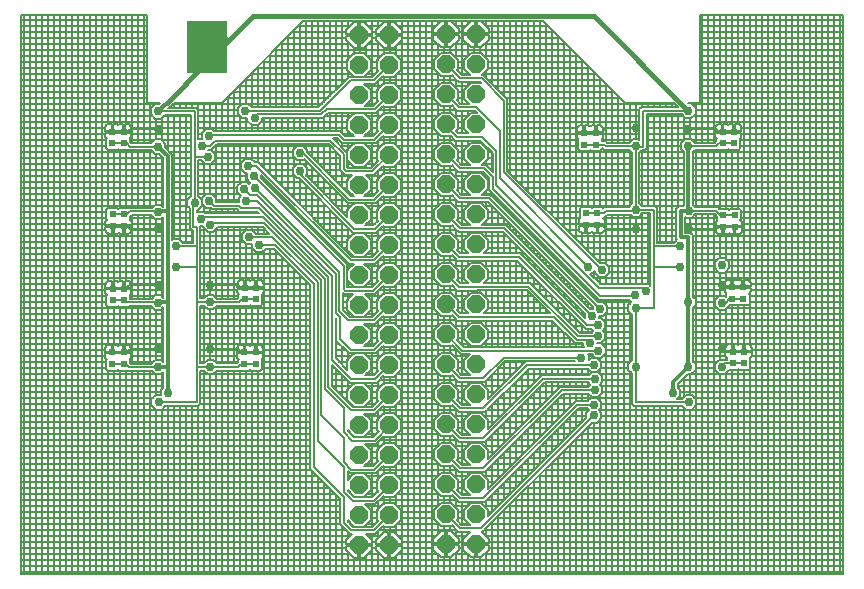
<source format=gbr>
G04 EAGLE Gerber RS-274X export*
G75*
%MOMM*%
%FSLAX34Y34*%
%LPD*%
%INBottom Copper*%
%IPPOS*%
%AMOC8*
5,1,8,0,0,1.08239X$1,22.5*%
G01*
%ADD10R,3.429000X4.495800*%
%ADD11P,1.649562X8X292.500000*%
%ADD12P,1.649562X8X112.500000*%
%ADD13R,0.600000X0.600000*%
%ADD14C,0.756400*%
%ADD15C,0.152400*%
%ADD16C,0.304800*%
%ADD17C,0.406400*%
%ADD18C,1.270000*%


D10*
X205613Y312293D03*
D11*
X334518Y322580D03*
X334518Y297180D03*
X334518Y271780D03*
X334518Y246380D03*
X334518Y220980D03*
X334518Y195580D03*
X359918Y322580D03*
X359918Y297180D03*
X359918Y271780D03*
X359918Y246380D03*
X359918Y220980D03*
X359918Y195580D03*
X334518Y170180D03*
X359918Y170180D03*
X334518Y144780D03*
X334518Y119380D03*
X334518Y93980D03*
X334518Y68580D03*
X334518Y43180D03*
X334518Y17780D03*
X359918Y144780D03*
X359918Y119380D03*
X359918Y93980D03*
X359918Y68580D03*
X359918Y43180D03*
X359918Y17780D03*
X334518Y-7620D03*
X359918Y-7620D03*
X334518Y-33020D03*
X334518Y-58420D03*
X334518Y-83820D03*
X359918Y-33020D03*
X359918Y-58420D03*
X359918Y-83820D03*
X334518Y-109220D03*
X359918Y-109220D03*
D12*
X433578Y-108712D03*
X433578Y-83312D03*
X433578Y-57912D03*
X433578Y-32512D03*
X433578Y-7112D03*
X433578Y18288D03*
X408178Y-108712D03*
X408178Y-83312D03*
X408178Y-57912D03*
X408178Y-32512D03*
X408178Y-7112D03*
X408178Y18288D03*
X433578Y43688D03*
X408178Y43688D03*
X433578Y69088D03*
X433578Y94488D03*
X433578Y119888D03*
X433578Y145288D03*
X433578Y170688D03*
X433578Y196088D03*
X408178Y69088D03*
X408178Y94488D03*
X408178Y119888D03*
X408178Y145288D03*
X408178Y170688D03*
X408178Y196088D03*
X433578Y221488D03*
X408178Y221488D03*
X433578Y246888D03*
X433578Y272288D03*
X433578Y297688D03*
X408178Y246888D03*
X408178Y272288D03*
X408178Y297688D03*
X433578Y323088D03*
X408178Y323088D03*
D13*
X650494Y108886D03*
X650494Y98886D03*
X659892Y108886D03*
X659892Y98886D03*
X651002Y54530D03*
X651002Y44530D03*
X660654Y54530D03*
X660654Y44530D03*
X642874Y160354D03*
X642874Y170354D03*
X652526Y160354D03*
X652526Y170354D03*
X135382Y53768D03*
X135382Y43768D03*
X125730Y53768D03*
X125730Y43768D03*
X135382Y240712D03*
X135382Y230712D03*
X125730Y240712D03*
X125730Y230712D03*
X135636Y160608D03*
X135636Y170608D03*
X125984Y160608D03*
X125984Y170608D03*
X642366Y240712D03*
X642366Y230712D03*
X652018Y240712D03*
X652018Y230712D03*
X135382Y107870D03*
X135382Y97870D03*
X125984Y107870D03*
X125984Y97870D03*
X237490Y53768D03*
X237490Y43768D03*
X247142Y53768D03*
X247142Y43768D03*
X534924Y239696D03*
X534924Y229696D03*
X525272Y239696D03*
X525272Y229696D03*
X536448Y161624D03*
X536448Y171624D03*
X526796Y161624D03*
X526796Y171624D03*
X237744Y108632D03*
X237744Y98632D03*
X247396Y108632D03*
X247396Y98632D03*
D14*
X641604Y111252D03*
X641604Y56896D03*
D15*
X642874Y160354D02*
X643128Y160608D01*
X643970Y108886D02*
X650494Y108886D01*
X643970Y108886D02*
X641604Y111252D01*
X650494Y108886D02*
X659892Y108886D01*
X651002Y54530D02*
X643970Y54530D01*
X641604Y56896D01*
X651002Y54530D02*
X660654Y54530D01*
X536448Y161624D02*
X526796Y161624D01*
X536448Y161624D02*
X540432Y161624D01*
X543642Y158414D02*
X568960Y158414D01*
D14*
X568960Y158414D03*
D15*
X543642Y158414D02*
X540432Y161624D01*
X534924Y239696D02*
X525272Y239696D01*
X534924Y239696D02*
X539670Y239696D01*
X543388Y243414D02*
X568960Y243414D01*
D14*
X568960Y243414D03*
D15*
X543388Y243414D02*
X539670Y239696D01*
X643382Y160354D02*
X652526Y160354D01*
X643382Y160354D02*
X643128Y160608D01*
X642874Y160354D02*
X639144Y160354D01*
X637204Y158414D02*
X613664Y158414D01*
D14*
X613664Y158414D03*
D15*
X637204Y158414D02*
X639144Y160354D01*
X642366Y240712D02*
X652018Y240712D01*
X642366Y240712D02*
X639652Y240712D01*
X637032Y243332D01*
X613410Y243332D01*
D14*
X613410Y243332D03*
D15*
X247396Y108632D02*
X237744Y108632D01*
X235030Y108632D01*
X232410Y111252D02*
X208788Y111252D01*
D14*
X208788Y111252D03*
D15*
X232410Y111252D02*
X235030Y108632D01*
X237490Y53768D02*
X247142Y53768D01*
X237490Y53768D02*
X235030Y53768D01*
X232410Y56388D02*
X208788Y56388D01*
D14*
X208788Y56388D03*
D15*
X232410Y56388D02*
X235030Y53768D01*
X136572Y107870D02*
X135382Y107870D01*
X136572Y107870D02*
X139954Y111252D01*
X164338Y111252D01*
D14*
X164338Y111252D03*
D15*
X135382Y107870D02*
X125984Y107870D01*
X125730Y53768D02*
X135382Y53768D01*
X138096Y53768D01*
X140716Y56388D02*
X164592Y56388D01*
D14*
X164592Y56388D03*
D15*
X140716Y56388D02*
X138096Y53768D01*
X135636Y160608D02*
X125984Y160608D01*
X135636Y160608D02*
X137842Y160608D01*
X140462Y157988D01*
X164338Y157988D01*
X164592Y158242D01*
D14*
X164592Y158242D03*
D15*
X135382Y240712D02*
X125730Y240712D01*
X135382Y240712D02*
X138350Y240712D01*
X140716Y243078D01*
X164338Y243078D01*
D14*
X164338Y243078D03*
D15*
X651232Y108148D02*
X653590Y108148D01*
X651232Y108148D02*
X651232Y109624D01*
X659154Y109624D01*
X659154Y108148D01*
X653590Y108148D01*
X654352Y53792D02*
X651740Y53792D01*
X651740Y55268D01*
X659916Y55268D01*
X659916Y53792D01*
X654352Y53792D01*
X369824Y216877D02*
X369824Y225083D01*
X364021Y230886D01*
X355815Y230886D01*
X350012Y225083D01*
X350012Y216877D01*
X350758Y216131D01*
X344685Y210058D01*
X325113Y210058D01*
X324612Y210559D01*
X324612Y223005D01*
X312412Y235204D01*
X316237Y235204D01*
X320555Y230886D01*
X348735Y230886D01*
X355069Y237220D01*
X355815Y236474D01*
X364021Y236474D01*
X369824Y242277D01*
X369824Y250483D01*
X364021Y256286D01*
X355815Y256286D01*
X350012Y250483D01*
X350012Y242277D01*
X350758Y241531D01*
X346209Y236982D01*
X339129Y236982D01*
X344424Y242277D01*
X344424Y250483D01*
X338621Y256286D01*
X330415Y256286D01*
X324612Y250483D01*
X324612Y242277D01*
X329907Y236982D01*
X323081Y236982D01*
X318763Y241300D01*
X211781Y241300D01*
X210031Y243050D01*
X205005Y243050D01*
X201450Y239495D01*
X201450Y234668D01*
X198909Y234668D01*
X198374Y234133D01*
X198374Y259073D01*
X196589Y260858D01*
X172774Y260858D01*
X172774Y260858D01*
X173493Y260858D01*
X177811Y265176D01*
X218563Y265176D01*
X222881Y269494D01*
X287397Y334010D01*
X490351Y334010D01*
X558800Y265561D01*
X559693Y264668D01*
X601207Y264668D01*
X604255Y261620D01*
X573793Y261620D01*
X572008Y259835D01*
X572008Y233879D01*
X571473Y234414D01*
X566447Y234414D01*
X563427Y231394D01*
X544823Y231394D01*
X543473Y232744D01*
X540210Y232744D01*
X540210Y233643D01*
X539855Y233998D01*
X539951Y234054D01*
X540566Y234669D01*
X541001Y235421D01*
X541226Y236261D01*
X541226Y238958D01*
X535662Y238958D01*
X535662Y240434D01*
X541226Y240434D01*
X541226Y243131D01*
X541001Y243971D01*
X540566Y244723D01*
X539951Y245338D01*
X539199Y245773D01*
X538359Y245998D01*
X535662Y245998D01*
X535662Y240434D01*
X534186Y240434D01*
X534186Y245998D01*
X531489Y245998D01*
X530649Y245773D01*
X530098Y245455D01*
X529547Y245773D01*
X528707Y245998D01*
X526010Y245998D01*
X526010Y240434D01*
X524534Y240434D01*
X524534Y245998D01*
X521837Y245998D01*
X520997Y245773D01*
X520245Y245338D01*
X519630Y244723D01*
X519195Y243971D01*
X518970Y243131D01*
X518970Y240434D01*
X524534Y240434D01*
X524534Y238958D01*
X518970Y238958D01*
X518970Y236261D01*
X519195Y235421D01*
X519630Y234669D01*
X520245Y234054D01*
X520341Y233998D01*
X519986Y233643D01*
X519986Y225749D01*
X521325Y224410D01*
X529219Y224410D01*
X530098Y225289D01*
X530977Y224410D01*
X538871Y224410D01*
X540210Y225749D01*
X540210Y226648D01*
X540947Y226648D01*
X542297Y225298D01*
X563427Y225298D01*
X565912Y222813D01*
X565912Y180031D01*
X562892Y177011D01*
X562892Y176530D01*
X542297Y176530D01*
X541536Y175769D01*
X540395Y176910D01*
X532501Y176910D01*
X531622Y176031D01*
X530743Y176910D01*
X522849Y176910D01*
X521510Y175571D01*
X521510Y167677D01*
X521865Y167322D01*
X521769Y167266D01*
X521154Y166651D01*
X520719Y165899D01*
X520494Y165059D01*
X520494Y162362D01*
X526058Y162362D01*
X526058Y160886D01*
X520494Y160886D01*
X520494Y158189D01*
X520719Y157349D01*
X521154Y156597D01*
X521769Y155982D01*
X522521Y155547D01*
X523361Y155322D01*
X526058Y155322D01*
X526058Y160886D01*
X527534Y160886D01*
X527534Y155322D01*
X530231Y155322D01*
X531071Y155547D01*
X531622Y155865D01*
X532173Y155547D01*
X533013Y155322D01*
X535710Y155322D01*
X535710Y160886D01*
X537186Y160886D01*
X537186Y155322D01*
X539883Y155322D01*
X540723Y155547D01*
X541475Y155982D01*
X542090Y156597D01*
X542525Y157349D01*
X542750Y158189D01*
X542750Y160886D01*
X537186Y160886D01*
X537186Y162362D01*
X542750Y162362D01*
X542750Y165059D01*
X542525Y165899D01*
X542090Y166651D01*
X541475Y167266D01*
X541379Y167322D01*
X541734Y167677D01*
X541734Y168576D01*
X542965Y168576D01*
X544823Y170434D01*
X564443Y170434D01*
X566447Y168430D01*
X571473Y168430D01*
X574493Y171450D01*
X581152Y171450D01*
X581152Y110291D01*
X579855Y111588D01*
X574829Y111588D01*
X574603Y111362D01*
X539234Y111362D01*
X530271Y120324D01*
X531242Y120324D01*
X533936Y123019D01*
X533936Y121185D01*
X537491Y117630D01*
X542517Y117630D01*
X546072Y121185D01*
X546072Y126211D01*
X542517Y129766D01*
X538247Y129766D01*
X460248Y207765D01*
X460248Y268217D01*
X441452Y287013D01*
X439667Y288798D01*
X438697Y288798D01*
X443484Y293585D01*
X443484Y301791D01*
X437681Y307594D01*
X429475Y307594D01*
X423672Y301791D01*
X423672Y293585D01*
X428459Y288798D01*
X421379Y288798D01*
X417338Y292839D01*
X418084Y293585D01*
X418084Y301791D01*
X412281Y307594D01*
X404075Y307594D01*
X398272Y301791D01*
X398272Y293585D01*
X404075Y287782D01*
X412281Y287782D01*
X413027Y288528D01*
X417068Y284487D01*
X418853Y282702D01*
X437141Y282702D01*
X437650Y282194D01*
X429475Y282194D01*
X423672Y276391D01*
X423672Y268185D01*
X427443Y264414D01*
X420363Y264414D01*
X417338Y267439D01*
X418084Y268185D01*
X418084Y276391D01*
X412281Y282194D01*
X404075Y282194D01*
X398272Y276391D01*
X398272Y268185D01*
X404075Y262382D01*
X412281Y262382D01*
X413027Y263128D01*
X416052Y260103D01*
X417837Y258318D01*
X432609Y258318D01*
X434133Y256794D01*
X429475Y256794D01*
X423672Y250991D01*
X423672Y242785D01*
X427189Y239268D01*
X418585Y239268D01*
X416576Y241277D01*
X418084Y242785D01*
X418084Y250991D01*
X412281Y256794D01*
X404075Y256794D01*
X398272Y250991D01*
X398272Y242785D01*
X404075Y236982D01*
X412249Y236982D01*
X416059Y233172D01*
X437395Y233172D01*
X447802Y222765D01*
X447802Y206748D01*
X443484Y211067D01*
X441699Y212852D01*
X438951Y212852D01*
X443484Y217385D01*
X443484Y225591D01*
X437681Y231394D01*
X429475Y231394D01*
X423672Y225591D01*
X423672Y217385D01*
X428205Y212852D01*
X421125Y212852D01*
X417338Y216639D01*
X418084Y217385D01*
X418084Y225591D01*
X412281Y231394D01*
X404075Y231394D01*
X398272Y225591D01*
X398272Y217385D01*
X404075Y211582D01*
X412281Y211582D01*
X413027Y212328D01*
X416814Y208541D01*
X418599Y206756D01*
X439173Y206756D01*
X444754Y201175D01*
X444754Y191269D01*
X446539Y189484D01*
X537471Y98552D01*
X563184Y98552D01*
X565210Y96526D01*
X562638Y93953D01*
X562638Y88927D01*
X565658Y85907D01*
X565658Y47189D01*
X562638Y44169D01*
X562638Y39143D01*
X565658Y36123D01*
X565658Y10167D01*
X567443Y8382D01*
X608131Y8382D01*
X611151Y5362D01*
X616177Y5362D01*
X619732Y8917D01*
X619732Y13943D01*
X616177Y17498D01*
X611151Y17498D01*
X608131Y14478D01*
X603957Y14478D01*
X606524Y17045D01*
X606524Y22071D01*
X604266Y24329D01*
X604266Y26870D01*
X612730Y35334D01*
X615923Y35334D01*
X619478Y38889D01*
X619478Y43915D01*
X617220Y46173D01*
X617220Y91495D01*
X619478Y93753D01*
X619478Y98779D01*
X617220Y101037D01*
X617220Y152962D01*
X614988Y155194D01*
X610616Y155194D01*
X610616Y168203D01*
X611151Y167668D01*
X616177Y167668D01*
X619197Y170688D01*
X635769Y170688D01*
X637588Y168870D01*
X637588Y166407D01*
X637943Y166052D01*
X637847Y165996D01*
X637232Y165381D01*
X636797Y164629D01*
X636572Y163789D01*
X636572Y161092D01*
X642136Y161092D01*
X642136Y159616D01*
X636572Y159616D01*
X636572Y156919D01*
X636797Y156079D01*
X637232Y155327D01*
X637847Y154712D01*
X638599Y154277D01*
X639439Y154052D01*
X642136Y154052D01*
X642136Y159616D01*
X643612Y159616D01*
X643612Y154052D01*
X646309Y154052D01*
X647149Y154277D01*
X647700Y154595D01*
X648251Y154277D01*
X649091Y154052D01*
X651788Y154052D01*
X651788Y159616D01*
X653264Y159616D01*
X653264Y154052D01*
X655961Y154052D01*
X656801Y154277D01*
X657553Y154712D01*
X658168Y155327D01*
X658603Y156079D01*
X658828Y156919D01*
X658828Y159616D01*
X653264Y159616D01*
X653264Y161092D01*
X658828Y161092D01*
X658828Y163789D01*
X658603Y164629D01*
X658168Y165381D01*
X657553Y165996D01*
X657457Y166052D01*
X657812Y166407D01*
X657812Y174301D01*
X656473Y175640D01*
X648579Y175640D01*
X647700Y174761D01*
X646821Y175640D01*
X639438Y175640D01*
X638295Y176784D01*
X619197Y176784D01*
X617220Y178761D01*
X617220Y223829D01*
X618689Y225298D01*
X638295Y225298D01*
X638423Y225426D01*
X646313Y225426D01*
X647192Y226305D01*
X648071Y225426D01*
X655965Y225426D01*
X657304Y226765D01*
X657304Y234659D01*
X656949Y235014D01*
X657045Y235070D01*
X657660Y235685D01*
X658095Y236437D01*
X658320Y237277D01*
X658320Y239974D01*
X652756Y239974D01*
X652756Y241450D01*
X658320Y241450D01*
X658320Y244147D01*
X658095Y244987D01*
X657660Y245739D01*
X657045Y246354D01*
X656293Y246789D01*
X655453Y247014D01*
X652756Y247014D01*
X652756Y241450D01*
X651280Y241450D01*
X651280Y247014D01*
X648583Y247014D01*
X647743Y246789D01*
X647192Y246471D01*
X646641Y246789D01*
X645801Y247014D01*
X643104Y247014D01*
X643104Y241450D01*
X641628Y241450D01*
X641628Y247014D01*
X638931Y247014D01*
X638091Y246789D01*
X637339Y246354D01*
X636724Y245739D01*
X636289Y244987D01*
X636064Y244147D01*
X636064Y241450D01*
X641628Y241450D01*
X641628Y239974D01*
X636064Y239974D01*
X636064Y237277D01*
X636289Y236437D01*
X636724Y235685D01*
X637339Y235070D01*
X637435Y235014D01*
X637080Y234659D01*
X637080Y232705D01*
X635769Y231394D01*
X619197Y231394D01*
X615923Y234668D01*
X610897Y234668D01*
X607342Y231113D01*
X607342Y226087D01*
X609600Y223829D01*
X609600Y178253D01*
X608893Y177546D01*
X605228Y177546D01*
X602996Y175314D01*
X602996Y149806D01*
X603631Y149171D01*
X601019Y146558D01*
X587248Y146558D01*
X587248Y175761D01*
X585463Y177546D01*
X574493Y177546D01*
X572008Y180031D01*
X572008Y222813D01*
X574239Y225044D01*
X576319Y225044D01*
X578104Y226829D01*
X578104Y255524D01*
X607877Y255524D01*
X610897Y252504D01*
X615923Y252504D01*
X619478Y256059D01*
X619478Y261085D01*
X615923Y264640D01*
X613449Y264640D01*
X613421Y264668D01*
X622423Y264668D01*
X623316Y265561D01*
X623316Y339598D01*
X744220Y339598D01*
X744220Y-133858D01*
X48768Y-133858D01*
X48768Y339598D01*
X154686Y339598D01*
X154686Y266069D01*
X155579Y265176D01*
X166316Y265176D01*
X165018Y263878D01*
X161825Y263878D01*
X158270Y260323D01*
X158270Y255297D01*
X161825Y251742D01*
X166851Y251742D01*
X169871Y254762D01*
X192278Y254762D01*
X192278Y185873D01*
X189258Y182853D01*
X189258Y177827D01*
X191262Y175823D01*
X191262Y159011D01*
X193047Y157226D01*
X194056Y157226D01*
X194056Y146558D01*
X185111Y146558D01*
X182091Y149578D01*
X177065Y149578D01*
X176530Y149043D01*
X176530Y221288D01*
X170406Y227412D01*
X170406Y230605D01*
X166851Y234160D01*
X161825Y234160D01*
X158805Y231140D01*
X141725Y231140D01*
X140668Y232196D01*
X140668Y234659D01*
X140313Y235014D01*
X140409Y235070D01*
X141024Y235685D01*
X141459Y236437D01*
X141684Y237277D01*
X141684Y239974D01*
X136120Y239974D01*
X136120Y241450D01*
X141684Y241450D01*
X141684Y244147D01*
X141459Y244987D01*
X141024Y245739D01*
X140409Y246354D01*
X139657Y246789D01*
X138817Y247014D01*
X136120Y247014D01*
X136120Y241450D01*
X134644Y241450D01*
X134644Y247014D01*
X131947Y247014D01*
X131107Y246789D01*
X130556Y246471D01*
X130005Y246789D01*
X129165Y247014D01*
X126468Y247014D01*
X126468Y241450D01*
X124992Y241450D01*
X124992Y247014D01*
X122295Y247014D01*
X121455Y246789D01*
X120703Y246354D01*
X120088Y245739D01*
X119653Y244987D01*
X119428Y244147D01*
X119428Y241450D01*
X124992Y241450D01*
X124992Y239974D01*
X119428Y239974D01*
X119428Y237277D01*
X119653Y236437D01*
X120088Y235685D01*
X120703Y235070D01*
X120799Y235014D01*
X120444Y234659D01*
X120444Y226765D01*
X121783Y225426D01*
X129677Y225426D01*
X130556Y226305D01*
X131435Y225426D01*
X138818Y225426D01*
X139199Y225044D01*
X158805Y225044D01*
X161825Y222024D01*
X165018Y222024D01*
X168910Y218132D01*
X168910Y177237D01*
X167105Y179042D01*
X162079Y179042D01*
X159313Y176276D01*
X139707Y176276D01*
X139325Y175894D01*
X131689Y175894D01*
X130810Y175015D01*
X129931Y175894D01*
X122037Y175894D01*
X120698Y174555D01*
X120698Y166661D01*
X121053Y166306D01*
X120957Y166250D01*
X120342Y165635D01*
X119907Y164883D01*
X119682Y164043D01*
X119682Y161346D01*
X125246Y161346D01*
X125246Y159870D01*
X119682Y159870D01*
X119682Y157173D01*
X119907Y156333D01*
X120342Y155581D01*
X120957Y154966D01*
X121709Y154531D01*
X122549Y154306D01*
X125246Y154306D01*
X125246Y159870D01*
X126722Y159870D01*
X126722Y154306D01*
X129419Y154306D01*
X130259Y154531D01*
X130810Y154849D01*
X131361Y154531D01*
X132201Y154306D01*
X134898Y154306D01*
X134898Y159870D01*
X136374Y159870D01*
X136374Y154306D01*
X139071Y154306D01*
X139911Y154531D01*
X140663Y154966D01*
X141278Y155581D01*
X141713Y156333D01*
X141938Y157173D01*
X141938Y159870D01*
X136374Y159870D01*
X136374Y161346D01*
X141938Y161346D01*
X141938Y164043D01*
X141713Y164883D01*
X141278Y165635D01*
X140663Y166250D01*
X140567Y166306D01*
X140922Y166661D01*
X140922Y168869D01*
X142233Y170180D01*
X158805Y170180D01*
X162079Y166906D01*
X167105Y166906D01*
X168910Y168711D01*
X168910Y100076D01*
X168855Y100076D01*
X166851Y102080D01*
X161825Y102080D01*
X159059Y99314D01*
X140668Y99314D01*
X140668Y101817D01*
X140313Y102172D01*
X140409Y102228D01*
X141024Y102843D01*
X141459Y103595D01*
X141684Y104435D01*
X141684Y107132D01*
X136120Y107132D01*
X136120Y108608D01*
X141684Y108608D01*
X141684Y111305D01*
X141459Y112145D01*
X141024Y112897D01*
X140409Y113512D01*
X139657Y113947D01*
X138817Y114172D01*
X136120Y114172D01*
X136120Y108608D01*
X134644Y108608D01*
X134644Y114172D01*
X131947Y114172D01*
X131107Y113947D01*
X130683Y113702D01*
X130259Y113947D01*
X129419Y114172D01*
X126722Y114172D01*
X126722Y108608D01*
X125246Y108608D01*
X125246Y114172D01*
X122549Y114172D01*
X121709Y113947D01*
X120957Y113512D01*
X120342Y112897D01*
X119907Y112145D01*
X119682Y111305D01*
X119682Y108608D01*
X125246Y108608D01*
X125246Y107132D01*
X119682Y107132D01*
X119682Y104435D01*
X119907Y103595D01*
X120342Y102843D01*
X120957Y102228D01*
X121053Y102172D01*
X120698Y101817D01*
X120698Y93923D01*
X122037Y92584D01*
X129931Y92584D01*
X130683Y93336D01*
X131435Y92584D01*
X139329Y92584D01*
X139963Y93218D01*
X158551Y93218D01*
X161825Y89944D01*
X166851Y89944D01*
X168910Y92003D01*
X168910Y45665D01*
X167105Y47470D01*
X162079Y47470D01*
X158805Y44196D01*
X141217Y44196D01*
X140668Y44745D01*
X140668Y47715D01*
X140313Y48070D01*
X140409Y48126D01*
X141024Y48741D01*
X141459Y49493D01*
X141684Y50333D01*
X141684Y53030D01*
X136120Y53030D01*
X136120Y54506D01*
X141684Y54506D01*
X141684Y57203D01*
X141459Y58043D01*
X141024Y58795D01*
X140409Y59410D01*
X139657Y59845D01*
X138817Y60070D01*
X136120Y60070D01*
X136120Y54506D01*
X134644Y54506D01*
X134644Y60070D01*
X131947Y60070D01*
X131107Y59845D01*
X130556Y59527D01*
X130005Y59845D01*
X129165Y60070D01*
X126468Y60070D01*
X126468Y54506D01*
X124992Y54506D01*
X124992Y60070D01*
X122295Y60070D01*
X121455Y59845D01*
X120703Y59410D01*
X120088Y58795D01*
X119653Y58043D01*
X119428Y57203D01*
X119428Y54506D01*
X124992Y54506D01*
X124992Y53030D01*
X119428Y53030D01*
X119428Y50333D01*
X119653Y49493D01*
X120088Y48741D01*
X120703Y48126D01*
X120799Y48070D01*
X120444Y47715D01*
X120444Y39821D01*
X121783Y38482D01*
X129677Y38482D01*
X130556Y39361D01*
X131435Y38482D01*
X138309Y38482D01*
X138691Y38100D01*
X159313Y38100D01*
X162079Y35334D01*
X167105Y35334D01*
X168910Y37139D01*
X168910Y23821D01*
X166652Y21563D01*
X166652Y17498D01*
X162333Y17498D01*
X158778Y13943D01*
X158778Y8917D01*
X162333Y5362D01*
X167359Y5362D01*
X170379Y8382D01*
X198367Y8382D01*
X200152Y10167D01*
X200152Y38354D01*
X203255Y38354D01*
X206275Y35334D01*
X211301Y35334D01*
X214321Y38354D01*
X233673Y38354D01*
X233800Y38482D01*
X241437Y38482D01*
X242316Y39361D01*
X243195Y38482D01*
X251089Y38482D01*
X252428Y39821D01*
X252428Y47715D01*
X252073Y48070D01*
X252169Y48126D01*
X252784Y48741D01*
X253219Y49493D01*
X253444Y50333D01*
X253444Y53030D01*
X247880Y53030D01*
X247880Y54506D01*
X253444Y54506D01*
X253444Y57203D01*
X253219Y58043D01*
X252784Y58795D01*
X252169Y59410D01*
X251417Y59845D01*
X250577Y60070D01*
X247880Y60070D01*
X247880Y54506D01*
X246404Y54506D01*
X246404Y60070D01*
X243707Y60070D01*
X242867Y59845D01*
X242316Y59527D01*
X241765Y59845D01*
X240925Y60070D01*
X238228Y60070D01*
X238228Y54506D01*
X236752Y54506D01*
X236752Y60070D01*
X234055Y60070D01*
X233215Y59845D01*
X232463Y59410D01*
X231848Y58795D01*
X231413Y58043D01*
X231188Y57203D01*
X231188Y54506D01*
X236752Y54506D01*
X236752Y53030D01*
X231188Y53030D01*
X231188Y50333D01*
X231413Y49493D01*
X231848Y48741D01*
X232463Y48126D01*
X232559Y48070D01*
X232204Y47715D01*
X232204Y45506D01*
X231147Y44450D01*
X214321Y44450D01*
X211301Y47470D01*
X206275Y47470D01*
X203255Y44450D01*
X200152Y44450D01*
X200152Y93472D01*
X203255Y93472D01*
X206275Y90452D01*
X211301Y90452D01*
X214067Y93218D01*
X234181Y93218D01*
X234308Y93346D01*
X241691Y93346D01*
X242570Y94225D01*
X243449Y93346D01*
X251343Y93346D01*
X252682Y94685D01*
X252682Y102579D01*
X252327Y102934D01*
X252423Y102990D01*
X253038Y103605D01*
X253473Y104357D01*
X253698Y105197D01*
X253698Y107894D01*
X248134Y107894D01*
X248134Y109370D01*
X253698Y109370D01*
X253698Y112067D01*
X253473Y112907D01*
X253038Y113659D01*
X252423Y114274D01*
X251671Y114709D01*
X250831Y114934D01*
X248134Y114934D01*
X248134Y109370D01*
X246658Y109370D01*
X246658Y114934D01*
X243961Y114934D01*
X243121Y114709D01*
X242570Y114391D01*
X242019Y114709D01*
X241179Y114934D01*
X238482Y114934D01*
X238482Y109370D01*
X237006Y109370D01*
X237006Y114934D01*
X234309Y114934D01*
X233469Y114709D01*
X232717Y114274D01*
X232102Y113659D01*
X231667Y112907D01*
X231442Y112067D01*
X231442Y109370D01*
X237006Y109370D01*
X237006Y107894D01*
X231442Y107894D01*
X231442Y105197D01*
X231667Y104357D01*
X232102Y103605D01*
X232717Y102990D01*
X232813Y102934D01*
X232458Y102579D01*
X232458Y100116D01*
X231656Y99314D01*
X214575Y99314D01*
X211301Y102588D01*
X206275Y102588D01*
X203255Y99568D01*
X200152Y99568D01*
X200152Y160810D01*
X202720Y160810D01*
X202720Y159579D01*
X206275Y156024D01*
X211301Y156024D01*
X214856Y159579D01*
X214856Y160060D01*
X252951Y160060D01*
X258580Y154432D01*
X247087Y154432D01*
X244067Y157452D01*
X239041Y157452D01*
X235486Y153897D01*
X235486Y148871D01*
X239041Y145316D01*
X243868Y145316D01*
X243868Y142267D01*
X247423Y138712D01*
X252449Y138712D01*
X255469Y141732D01*
X262143Y141732D01*
X293370Y110505D01*
X293370Y-44689D01*
X318770Y-70089D01*
X318770Y-91687D01*
X320555Y-93472D01*
X320556Y-93472D01*
X325120Y-98036D01*
X325120Y-98037D01*
X326905Y-99822D01*
X328470Y-99822D01*
X323596Y-104696D01*
X323596Y-108458D01*
X333756Y-108458D01*
X333756Y-109982D01*
X323596Y-109982D01*
X323596Y-113744D01*
X329994Y-120142D01*
X333756Y-120142D01*
X333756Y-109982D01*
X335280Y-109982D01*
X335280Y-120142D01*
X339042Y-120142D01*
X345440Y-113744D01*
X345440Y-109982D01*
X335280Y-109982D01*
X335280Y-108458D01*
X345440Y-108458D01*
X345440Y-104696D01*
X340566Y-99822D01*
X348227Y-99822D01*
X350012Y-98037D01*
X355069Y-92980D01*
X355815Y-93726D01*
X364021Y-93726D01*
X369824Y-87923D01*
X369824Y-79717D01*
X364021Y-73914D01*
X355815Y-73914D01*
X350012Y-79717D01*
X350012Y-87923D01*
X350758Y-88669D01*
X345701Y-93726D01*
X329430Y-93726D01*
X324866Y-89162D01*
X324866Y-88177D01*
X330415Y-93726D01*
X338621Y-93726D01*
X344424Y-87923D01*
X344424Y-79717D01*
X339637Y-74930D01*
X348227Y-74930D01*
X355323Y-67834D01*
X355815Y-68326D01*
X364021Y-68326D01*
X369824Y-62523D01*
X369824Y-54317D01*
X364021Y-48514D01*
X355815Y-48514D01*
X350012Y-54317D01*
X350012Y-62523D01*
X351012Y-63523D01*
X345701Y-68834D01*
X330447Y-68834D01*
X324866Y-63253D01*
X324866Y-62777D01*
X330415Y-68326D01*
X338621Y-68326D01*
X344424Y-62523D01*
X344424Y-54317D01*
X338621Y-48514D01*
X330415Y-48514D01*
X324866Y-54063D01*
X324866Y-46474D01*
X325120Y-46729D01*
X326905Y-48514D01*
X348735Y-48514D01*
X350520Y-46729D01*
X355069Y-42180D01*
X355815Y-42926D01*
X364021Y-42926D01*
X369824Y-37123D01*
X369824Y-28917D01*
X364021Y-23114D01*
X355815Y-23114D01*
X350012Y-28917D01*
X350012Y-37123D01*
X350758Y-37869D01*
X346209Y-42418D01*
X339129Y-42418D01*
X344424Y-37123D01*
X344424Y-28917D01*
X339383Y-23876D01*
X348989Y-23876D01*
X355577Y-17288D01*
X355815Y-17526D01*
X364021Y-17526D01*
X369824Y-11723D01*
X369824Y-3517D01*
X364021Y2286D01*
X355815Y2286D01*
X350012Y-3517D01*
X350012Y-11723D01*
X351266Y-12977D01*
X346463Y-17780D01*
X329939Y-17780D01*
X324866Y-12707D01*
X324866Y-11977D01*
X330415Y-17526D01*
X338621Y-17526D01*
X344424Y-11723D01*
X344424Y-3517D01*
X339129Y1778D01*
X348227Y1778D01*
X355069Y8620D01*
X355815Y7874D01*
X364021Y7874D01*
X369824Y13677D01*
X369824Y21883D01*
X364021Y27686D01*
X355815Y27686D01*
X350012Y21883D01*
X350012Y13677D01*
X350758Y12931D01*
X345701Y7874D01*
X329177Y7874D01*
X311658Y25392D01*
X311658Y43442D01*
X326905Y28194D01*
X349497Y28194D01*
X355196Y33893D01*
X355815Y33274D01*
X364021Y33274D01*
X369824Y39077D01*
X369824Y47283D01*
X364021Y53086D01*
X355815Y53086D01*
X350012Y47283D01*
X350012Y39077D01*
X350885Y38204D01*
X346971Y34290D01*
X339637Y34290D01*
X344424Y39077D01*
X344424Y47283D01*
X338621Y53086D01*
X330415Y53086D01*
X324612Y47283D01*
X324612Y39108D01*
X314706Y49015D01*
X314706Y83073D01*
X315468Y82311D01*
X315468Y63761D01*
X324358Y54871D01*
X326143Y53086D01*
X348735Y53086D01*
X350520Y54871D01*
X355069Y59420D01*
X355815Y58674D01*
X364021Y58674D01*
X369824Y64477D01*
X369824Y72683D01*
X364021Y78486D01*
X355815Y78486D01*
X350012Y72683D01*
X350012Y64477D01*
X350758Y63731D01*
X346209Y59182D01*
X339129Y59182D01*
X344424Y64477D01*
X344424Y72683D01*
X339129Y77978D01*
X348227Y77978D01*
X350012Y79763D01*
X355069Y84820D01*
X355815Y84074D01*
X364021Y84074D01*
X369824Y89877D01*
X369824Y98083D01*
X364021Y103886D01*
X355815Y103886D01*
X350012Y98083D01*
X350012Y89877D01*
X350758Y89131D01*
X345701Y84074D01*
X326637Y84074D01*
X320802Y89909D01*
X320802Y104148D01*
X321825Y103124D01*
X329653Y103124D01*
X324612Y98083D01*
X324612Y89877D01*
X330415Y84074D01*
X338621Y84074D01*
X344424Y89877D01*
X344424Y98083D01*
X339383Y103124D01*
X347973Y103124D01*
X349758Y104909D01*
X355069Y110220D01*
X355815Y109474D01*
X364021Y109474D01*
X369824Y115277D01*
X369824Y123483D01*
X364021Y129286D01*
X355815Y129286D01*
X350012Y123483D01*
X350012Y115277D01*
X350758Y114531D01*
X345447Y109220D01*
X324612Y109220D01*
X324612Y128263D01*
X251432Y201443D01*
X251432Y203744D01*
X324612Y130563D01*
X326397Y128778D01*
X329907Y128778D01*
X324612Y123483D01*
X324612Y115277D01*
X330415Y109474D01*
X338621Y109474D01*
X344424Y115277D01*
X344424Y123483D01*
X339129Y128778D01*
X348227Y128778D01*
X355069Y135620D01*
X355815Y134874D01*
X364021Y134874D01*
X369824Y140677D01*
X369824Y148883D01*
X364021Y154686D01*
X355815Y154686D01*
X350012Y148883D01*
X350012Y140677D01*
X350758Y139931D01*
X345701Y134874D01*
X328923Y134874D01*
X248913Y214884D01*
X246071Y214884D01*
X243051Y217904D01*
X238025Y217904D01*
X234470Y214349D01*
X234470Y209323D01*
X238025Y205768D01*
X239351Y205768D01*
X239296Y205713D01*
X239296Y200687D01*
X242371Y197612D01*
X241342Y196583D01*
X240087Y197838D01*
X235060Y197838D01*
X231505Y194283D01*
X231505Y189257D01*
X234284Y186478D01*
X232507Y184700D01*
X232507Y181102D01*
X213840Y181102D01*
X213840Y184377D01*
X210285Y187932D01*
X205259Y187932D01*
X201704Y184377D01*
X201704Y179351D01*
X205259Y175796D01*
X209529Y175796D01*
X210319Y175006D01*
X231340Y175006D01*
X231489Y174856D01*
X233275Y173071D01*
X248577Y173071D01*
X250198Y171450D01*
X204415Y171450D01*
X202919Y172946D01*
X197893Y172946D01*
X197358Y172411D01*
X197358Y174272D01*
X197839Y174272D01*
X201394Y177827D01*
X201394Y182853D01*
X198374Y185873D01*
X198374Y216408D01*
X200969Y216408D01*
X203989Y213388D01*
X209015Y213388D01*
X212570Y216943D01*
X212570Y221969D01*
X209015Y225524D01*
X206927Y225524D01*
X206955Y225552D01*
X209543Y225552D01*
X213607Y229616D01*
X214015Y230024D01*
X308971Y230024D01*
X318516Y220479D01*
X318516Y208033D01*
X320802Y205747D01*
X322587Y203962D01*
X328891Y203962D01*
X324612Y199683D01*
X324612Y191477D01*
X329907Y186182D01*
X327653Y186182D01*
X290548Y223287D01*
X290548Y225017D01*
X286993Y228572D01*
X281967Y228572D01*
X278412Y225017D01*
X278412Y219991D01*
X281967Y216436D01*
X286993Y216436D01*
X287885Y217328D01*
X323342Y181871D01*
X325127Y180086D01*
X348735Y180086D01*
X350520Y181871D01*
X355069Y186420D01*
X355815Y185674D01*
X364021Y185674D01*
X369824Y191477D01*
X369824Y199683D01*
X364021Y205486D01*
X355815Y205486D01*
X350012Y199683D01*
X350012Y191477D01*
X350758Y190731D01*
X346209Y186182D01*
X339129Y186182D01*
X344424Y191477D01*
X344424Y199683D01*
X340145Y203962D01*
X347211Y203962D01*
X348996Y205747D01*
X355069Y211820D01*
X355815Y211074D01*
X364021Y211074D01*
X369824Y216877D01*
X290548Y209777D02*
X290548Y204751D01*
X290548Y209777D02*
X286993Y213332D01*
X281967Y213332D01*
X278412Y209777D01*
X278412Y204751D01*
X281967Y201196D01*
X283443Y201196D01*
X329445Y155194D01*
X348989Y155194D01*
X350774Y156979D01*
X354942Y161147D01*
X355815Y160274D01*
X364021Y160274D01*
X369824Y166077D01*
X369824Y174283D01*
X364021Y180086D01*
X355815Y180086D01*
X350012Y174283D01*
X350012Y166077D01*
X350631Y165458D01*
X346463Y161290D01*
X339637Y161290D01*
X344424Y166077D01*
X344424Y174283D01*
X338621Y180086D01*
X330415Y180086D01*
X324612Y174283D01*
X324612Y168648D01*
X289529Y203732D01*
X290548Y204751D01*
X661392Y53792D02*
X666956Y53792D01*
X661392Y53792D02*
X661392Y55268D01*
X666956Y55268D01*
X666956Y57965D01*
X666731Y58805D01*
X666296Y59557D01*
X665681Y60172D01*
X664929Y60607D01*
X664089Y60832D01*
X661392Y60832D01*
X661392Y55268D01*
X659916Y55268D01*
X659916Y60832D01*
X657219Y60832D01*
X656379Y60607D01*
X655828Y60289D01*
X655277Y60607D01*
X654437Y60832D01*
X651740Y60832D01*
X651740Y55268D01*
X650264Y55268D01*
X650264Y60832D01*
X647567Y60832D01*
X646727Y60607D01*
X645975Y60172D01*
X645360Y59557D01*
X644925Y58805D01*
X644700Y57965D01*
X644700Y55268D01*
X650264Y55268D01*
X650264Y53792D01*
X644700Y53792D01*
X644700Y51095D01*
X644925Y50255D01*
X645360Y49503D01*
X645975Y48888D01*
X646071Y48832D01*
X645716Y48477D01*
X645716Y47578D01*
X643469Y47578D01*
X643361Y47470D01*
X639091Y47470D01*
X635536Y43915D01*
X635536Y38889D01*
X639091Y35334D01*
X644117Y35334D01*
X647672Y38889D01*
X647672Y39244D01*
X654949Y39244D01*
X655828Y40123D01*
X656707Y39244D01*
X664601Y39244D01*
X665940Y40583D01*
X665940Y48477D01*
X665585Y48832D01*
X665681Y48888D01*
X666296Y49503D01*
X666731Y50255D01*
X666956Y51095D01*
X666956Y53792D01*
X666194Y108148D02*
X660630Y108148D01*
X660630Y109624D01*
X666194Y109624D01*
X666194Y112321D01*
X665969Y113161D01*
X665534Y113913D01*
X664919Y114528D01*
X664167Y114963D01*
X663327Y115188D01*
X660630Y115188D01*
X660630Y109624D01*
X659154Y109624D01*
X659154Y115188D01*
X656457Y115188D01*
X655617Y114963D01*
X655193Y114718D01*
X654769Y114963D01*
X653929Y115188D01*
X651232Y115188D01*
X651232Y109624D01*
X649756Y109624D01*
X649756Y115188D01*
X647059Y115188D01*
X646219Y114963D01*
X645467Y114528D01*
X644852Y113913D01*
X644417Y113161D01*
X644192Y112321D01*
X644192Y109624D01*
X649756Y109624D01*
X649756Y108148D01*
X644192Y108148D01*
X644192Y105451D01*
X644417Y104611D01*
X644852Y103859D01*
X645467Y103244D01*
X645563Y103188D01*
X645208Y102833D01*
X645208Y100989D01*
X644371Y101826D01*
X639345Y101826D01*
X635790Y98271D01*
X635790Y93245D01*
X639345Y89690D01*
X644371Y89690D01*
X647926Y93245D01*
X647926Y93600D01*
X654441Y93600D01*
X655193Y94352D01*
X655945Y93600D01*
X663839Y93600D01*
X665178Y94939D01*
X665178Y102833D01*
X664823Y103188D01*
X664919Y103244D01*
X665534Y103859D01*
X665969Y104611D01*
X666194Y105451D01*
X666194Y108148D01*
X432816Y312166D02*
X429054Y312166D01*
X432816Y312166D02*
X432816Y322326D01*
X434340Y322326D01*
X434340Y312166D01*
X438102Y312166D01*
X444500Y318564D01*
X444500Y322326D01*
X434340Y322326D01*
X434340Y323850D01*
X444500Y323850D01*
X444500Y327612D01*
X438102Y334010D01*
X434340Y334010D01*
X434340Y323850D01*
X432816Y323850D01*
X432816Y334010D01*
X429054Y334010D01*
X422656Y327612D01*
X422656Y323850D01*
X432816Y323850D01*
X432816Y322326D01*
X422656Y322326D01*
X422656Y318564D01*
X429054Y312166D01*
X418084Y200191D02*
X418084Y191985D01*
X418084Y200191D02*
X412281Y205994D01*
X404075Y205994D01*
X398272Y200191D01*
X398272Y191985D01*
X404075Y186182D01*
X412281Y186182D01*
X413027Y186928D01*
X416814Y183141D01*
X418599Y181356D01*
X443333Y181356D01*
X532412Y92277D01*
X532412Y90495D01*
X529963Y90495D01*
X460446Y160013D01*
X458660Y161798D01*
X438697Y161798D01*
X443484Y166585D01*
X443484Y174791D01*
X437681Y180594D01*
X429475Y180594D01*
X423672Y174791D01*
X423672Y166585D01*
X428459Y161798D01*
X421379Y161798D01*
X417338Y165839D01*
X418084Y166585D01*
X418084Y174791D01*
X412281Y180594D01*
X404075Y180594D01*
X398272Y174791D01*
X398272Y166585D01*
X404075Y160782D01*
X412281Y160782D01*
X413027Y161528D01*
X417068Y157487D01*
X418853Y155702D01*
X456135Y155702D01*
X525653Y86184D01*
X525653Y82924D01*
X472694Y135883D01*
X470909Y137668D01*
X439967Y137668D01*
X443484Y141185D01*
X443484Y149391D01*
X437681Y155194D01*
X429475Y155194D01*
X423672Y149391D01*
X423672Y141185D01*
X427189Y137668D01*
X420109Y137668D01*
X417338Y140439D01*
X418084Y141185D01*
X418084Y149391D01*
X412281Y155194D01*
X404075Y155194D01*
X398272Y149391D01*
X398272Y141185D01*
X404075Y135382D01*
X412281Y135382D01*
X413027Y136128D01*
X415798Y133357D01*
X417583Y131572D01*
X468383Y131572D01*
X526372Y73584D01*
X531245Y73584D01*
X532830Y71999D01*
X531423Y70592D01*
X521221Y70592D01*
X481076Y110737D01*
X479291Y112522D01*
X440221Y112522D01*
X443484Y115785D01*
X443484Y123991D01*
X437681Y129794D01*
X429475Y129794D01*
X423672Y123991D01*
X423672Y115785D01*
X427189Y112268D01*
X420109Y112268D01*
X417338Y115039D01*
X418084Y115785D01*
X418084Y123991D01*
X412281Y129794D01*
X404075Y129794D01*
X398272Y123991D01*
X398272Y115785D01*
X404075Y109982D01*
X412281Y109982D01*
X413027Y110728D01*
X417583Y106172D01*
X434333Y106172D01*
X434587Y106426D01*
X476765Y106426D01*
X496324Y86868D01*
X439967Y86868D01*
X443484Y90385D01*
X443484Y98591D01*
X437681Y104394D01*
X429475Y104394D01*
X423672Y98591D01*
X423672Y90385D01*
X427189Y86868D01*
X420108Y86868D01*
X417338Y89639D01*
X418084Y90385D01*
X418084Y98591D01*
X412281Y104394D01*
X404075Y104394D01*
X398272Y98591D01*
X398272Y90385D01*
X404075Y84582D01*
X412281Y84582D01*
X413027Y85328D01*
X415798Y82558D01*
X415798Y82557D01*
X417583Y80772D01*
X498109Y80772D01*
X515648Y63233D01*
X515648Y63233D01*
X517433Y61448D01*
X524104Y61448D01*
X524104Y58962D01*
X524610Y58456D01*
X423121Y58456D01*
X417338Y64239D01*
X418084Y64985D01*
X418084Y73191D01*
X412281Y78994D01*
X404075Y78994D01*
X398272Y73191D01*
X398272Y64985D01*
X404075Y59182D01*
X412281Y59182D01*
X413027Y59928D01*
X420596Y52360D01*
X428241Y52360D01*
X423672Y47791D01*
X423672Y39585D01*
X428205Y35052D01*
X421125Y35052D01*
X417338Y38839D01*
X418084Y39585D01*
X418084Y47791D01*
X412281Y53594D01*
X404075Y53594D01*
X398272Y47791D01*
X398272Y39585D01*
X404075Y33782D01*
X412281Y33782D01*
X413027Y34528D01*
X418599Y28956D01*
X441191Y28956D01*
X442976Y30741D01*
X458526Y46292D01*
X517272Y46292D01*
X517290Y46274D01*
X475541Y46274D01*
X443484Y14216D01*
X443484Y22391D01*
X437681Y28194D01*
X429475Y28194D01*
X423672Y22391D01*
X423672Y14185D01*
X428459Y9398D01*
X421379Y9398D01*
X417338Y13439D01*
X418084Y14185D01*
X418084Y22391D01*
X412281Y28194D01*
X404075Y28194D01*
X398272Y22391D01*
X398272Y14185D01*
X404075Y8382D01*
X412281Y8382D01*
X413027Y9128D01*
X418853Y3302D01*
X441191Y3302D01*
X442976Y5087D01*
X478066Y40178D01*
X528075Y40178D01*
X531095Y37158D01*
X536122Y37158D01*
X539676Y40712D01*
X539676Y45739D01*
X536122Y49294D01*
X531095Y49294D01*
X528874Y47073D01*
X528874Y51853D01*
X528367Y52360D01*
X531677Y52360D01*
X534697Y49340D01*
X539723Y49340D01*
X543278Y52894D01*
X543278Y57921D01*
X539723Y61476D01*
X536240Y61476D01*
X536240Y61476D01*
X539469Y61476D01*
X543024Y65030D01*
X543024Y70057D01*
X540905Y72177D01*
X542846Y74118D01*
X542846Y79145D01*
X539292Y82700D01*
X537789Y82700D01*
X537789Y84452D01*
X540993Y84452D01*
X544548Y88007D01*
X544548Y93033D01*
X540993Y96588D01*
X536723Y96588D01*
X447644Y185667D01*
X445859Y187452D01*
X438951Y187452D01*
X443484Y191985D01*
X443484Y200191D01*
X437681Y205994D01*
X429475Y205994D01*
X423672Y200191D01*
X423672Y191985D01*
X428205Y187452D01*
X421125Y187452D01*
X417338Y191239D01*
X418084Y191985D01*
X443484Y73191D02*
X443484Y64985D01*
X443484Y73191D02*
X437681Y78994D01*
X429475Y78994D01*
X423672Y73191D01*
X423672Y64985D01*
X429475Y59182D01*
X437681Y59182D01*
X443484Y64985D01*
X344424Y21883D02*
X344424Y13677D01*
X344424Y21883D02*
X338621Y27686D01*
X330415Y27686D01*
X324612Y21883D01*
X324612Y13677D01*
X330415Y7874D01*
X338621Y7874D01*
X344424Y13677D01*
X344424Y140677D02*
X344424Y148883D01*
X338621Y154686D01*
X330415Y154686D01*
X324612Y148883D01*
X324612Y140677D01*
X330415Y134874D01*
X338621Y134874D01*
X344424Y140677D01*
X369824Y293077D02*
X369824Y301283D01*
X364021Y307086D01*
X355815Y307086D01*
X350012Y301283D01*
X350012Y293077D01*
X350885Y292204D01*
X345955Y287274D01*
X326143Y287274D01*
X324358Y285489D01*
X300235Y261366D01*
X243785Y261366D01*
X240765Y264386D01*
X235739Y264386D01*
X232184Y260831D01*
X232184Y255805D01*
X235739Y252250D01*
X240058Y252250D01*
X240058Y249737D01*
X243613Y246182D01*
X248639Y246182D01*
X252194Y249737D01*
X252194Y252222D01*
X304023Y252222D01*
X308341Y256540D01*
X348989Y256540D01*
X350774Y258325D01*
X355069Y262620D01*
X355815Y261874D01*
X364021Y261874D01*
X369824Y267677D01*
X369824Y275883D01*
X364021Y281686D01*
X355815Y281686D01*
X350012Y275883D01*
X350012Y267677D01*
X350758Y266931D01*
X346463Y262636D01*
X339383Y262636D01*
X344424Y267677D01*
X344424Y275883D01*
X339129Y281178D01*
X348481Y281178D01*
X355196Y287893D01*
X355815Y287274D01*
X364021Y287274D01*
X369824Y293077D01*
X333756Y311658D02*
X329994Y311658D01*
X333756Y311658D02*
X333756Y321818D01*
X335280Y321818D01*
X335280Y311658D01*
X339042Y311658D01*
X345440Y318056D01*
X345440Y321818D01*
X335280Y321818D01*
X335280Y323342D01*
X345440Y323342D01*
X345440Y327104D01*
X339042Y333502D01*
X335280Y333502D01*
X335280Y323342D01*
X333756Y323342D01*
X333756Y333502D01*
X329994Y333502D01*
X323596Y327104D01*
X323596Y323342D01*
X333756Y323342D01*
X333756Y321818D01*
X323596Y321818D01*
X323596Y318056D01*
X329994Y311658D01*
X344424Y301283D02*
X344424Y293077D01*
X344424Y301283D02*
X338621Y307086D01*
X330415Y307086D01*
X324612Y301283D01*
X324612Y293077D01*
X330415Y287274D01*
X338621Y287274D01*
X344424Y293077D01*
X344424Y225083D02*
X344424Y216877D01*
X344424Y225083D02*
X338621Y230886D01*
X330415Y230886D01*
X324612Y225083D01*
X324612Y216877D01*
X330415Y211074D01*
X338621Y211074D01*
X344424Y216877D01*
X355394Y311658D02*
X359156Y311658D01*
X359156Y321818D01*
X360680Y321818D01*
X360680Y311658D01*
X364442Y311658D01*
X370840Y318056D01*
X370840Y321818D01*
X360680Y321818D01*
X360680Y323342D01*
X370840Y323342D01*
X370840Y327104D01*
X364442Y333502D01*
X360680Y333502D01*
X360680Y323342D01*
X359156Y323342D01*
X359156Y333502D01*
X355394Y333502D01*
X348996Y327104D01*
X348996Y323342D01*
X359156Y323342D01*
X359156Y321818D01*
X348996Y321818D01*
X348996Y318056D01*
X355394Y311658D01*
X355394Y-120142D02*
X359156Y-120142D01*
X359156Y-109982D01*
X360680Y-109982D01*
X360680Y-120142D01*
X364442Y-120142D01*
X370840Y-113744D01*
X370840Y-109982D01*
X360680Y-109982D01*
X360680Y-108458D01*
X370840Y-108458D01*
X370840Y-104696D01*
X364442Y-98298D01*
X360680Y-98298D01*
X360680Y-108458D01*
X359156Y-108458D01*
X359156Y-98298D01*
X355394Y-98298D01*
X348996Y-104696D01*
X348996Y-108458D01*
X359156Y-108458D01*
X359156Y-109982D01*
X348996Y-109982D01*
X348996Y-113744D01*
X355394Y-120142D01*
X437681Y-48006D02*
X443484Y-53809D01*
X437681Y-48006D02*
X429475Y-48006D01*
X423672Y-53809D01*
X423672Y-62015D01*
X428459Y-66802D01*
X421379Y-66802D01*
X417338Y-62761D01*
X418084Y-62015D01*
X418084Y-53809D01*
X412281Y-48006D01*
X404075Y-48006D01*
X398272Y-53809D01*
X398272Y-62015D01*
X404075Y-67818D01*
X412281Y-67818D01*
X413027Y-67072D01*
X418853Y-72898D01*
X441191Y-72898D01*
X442976Y-71113D01*
X520551Y6462D01*
X527867Y6462D01*
X529236Y5093D01*
X527078Y2935D01*
X527078Y-1335D01*
X443484Y-84930D01*
X443484Y-79209D01*
X437681Y-73406D01*
X429475Y-73406D01*
X423672Y-79209D01*
X423672Y-87415D01*
X428205Y-91948D01*
X421125Y-91948D01*
X417338Y-88161D01*
X418084Y-87415D01*
X418084Y-79209D01*
X412281Y-73406D01*
X404075Y-73406D01*
X398272Y-79209D01*
X398272Y-87415D01*
X404075Y-93218D01*
X412281Y-93218D01*
X413027Y-92472D01*
X418599Y-98044D01*
X428800Y-98044D01*
X422656Y-104188D01*
X422656Y-107950D01*
X432816Y-107950D01*
X432816Y-109474D01*
X422656Y-109474D01*
X422656Y-113236D01*
X429054Y-119634D01*
X432816Y-119634D01*
X432816Y-109474D01*
X434340Y-109474D01*
X434340Y-119634D01*
X438102Y-119634D01*
X444500Y-113236D01*
X444500Y-109474D01*
X434340Y-109474D01*
X434340Y-107950D01*
X444500Y-107950D01*
X444500Y-104188D01*
X438356Y-98044D01*
X438991Y-98044D01*
X440776Y-96259D01*
X440776Y-96258D01*
X531389Y-5646D01*
X535659Y-5646D01*
X539214Y-2091D01*
X539214Y2935D01*
X537310Y4839D01*
X539468Y6997D01*
X539468Y12023D01*
X535913Y15578D01*
X530887Y15578D01*
X527867Y12558D01*
X518025Y12558D01*
X443484Y-61984D01*
X443484Y-53809D01*
X443484Y-3009D02*
X437681Y2794D01*
X429475Y2794D01*
X423672Y-3009D01*
X423672Y-11215D01*
X428459Y-16002D01*
X421379Y-16002D01*
X417338Y-11961D01*
X418084Y-11215D01*
X418084Y-3009D01*
X412281Y2794D01*
X404075Y2794D01*
X398272Y-3009D01*
X398272Y-11215D01*
X404075Y-17018D01*
X412281Y-17018D01*
X413027Y-16272D01*
X418853Y-22098D01*
X441191Y-22098D01*
X442976Y-20313D01*
X491737Y28448D01*
X528375Y28448D01*
X530252Y26571D01*
X528629Y24948D01*
X505015Y24948D01*
X443484Y-36584D01*
X443484Y-28409D01*
X437681Y-22606D01*
X429475Y-22606D01*
X423672Y-28409D01*
X423672Y-36615D01*
X428459Y-41402D01*
X421379Y-41402D01*
X417338Y-37361D01*
X418084Y-36615D01*
X418084Y-28409D01*
X412281Y-22606D01*
X404075Y-22606D01*
X398272Y-28409D01*
X398272Y-36615D01*
X404075Y-42418D01*
X412281Y-42418D01*
X413027Y-41672D01*
X418853Y-47498D01*
X441191Y-47498D01*
X442976Y-45713D01*
X507541Y18852D01*
X528629Y18852D01*
X531649Y15832D01*
X536675Y15832D01*
X540230Y19387D01*
X540230Y24413D01*
X538326Y26317D01*
X540484Y28475D01*
X540484Y33501D01*
X536929Y37056D01*
X531903Y37056D01*
X529391Y34544D01*
X489211Y34544D01*
X443484Y-11184D01*
X443484Y-3009D01*
X407416Y-119634D02*
X403654Y-119634D01*
X407416Y-119634D02*
X407416Y-109474D01*
X408940Y-109474D01*
X408940Y-119634D01*
X412702Y-119634D01*
X419100Y-113236D01*
X419100Y-109474D01*
X408940Y-109474D01*
X408940Y-107950D01*
X419100Y-107950D01*
X419100Y-104188D01*
X412702Y-97790D01*
X408940Y-97790D01*
X408940Y-107950D01*
X407416Y-107950D01*
X407416Y-97790D01*
X403654Y-97790D01*
X397256Y-104188D01*
X397256Y-107950D01*
X407416Y-107950D01*
X407416Y-109474D01*
X397256Y-109474D01*
X397256Y-113236D01*
X403654Y-119634D01*
X403654Y312166D02*
X407416Y312166D01*
X407416Y322326D01*
X408940Y322326D01*
X408940Y312166D01*
X412702Y312166D01*
X419100Y318564D01*
X419100Y322326D01*
X408940Y322326D01*
X408940Y323850D01*
X419100Y323850D01*
X419100Y327612D01*
X412702Y334010D01*
X408940Y334010D01*
X408940Y323850D01*
X407416Y323850D01*
X407416Y334010D01*
X403654Y334010D01*
X397256Y327612D01*
X397256Y323850D01*
X407416Y323850D01*
X407416Y322326D01*
X397256Y322326D01*
X397256Y318564D01*
X403654Y312166D01*
X647672Y130021D02*
X647672Y124995D01*
X647672Y130021D02*
X644117Y133576D01*
X639091Y133576D01*
X635536Y130021D01*
X635536Y124995D01*
X639091Y121440D01*
X644117Y121440D01*
X647672Y124995D01*
X646224Y159616D02*
X643612Y159616D01*
X643612Y161092D01*
X651788Y161092D01*
X651788Y159616D01*
X646224Y159616D01*
X134644Y54506D02*
X132032Y54506D01*
X134644Y54506D02*
X134644Y53030D01*
X126468Y53030D01*
X126468Y54506D01*
X132032Y54506D01*
X132032Y241450D02*
X134644Y241450D01*
X134644Y239974D01*
X126468Y239974D01*
X126468Y241450D01*
X132032Y241450D01*
X132286Y161346D02*
X134898Y161346D01*
X134898Y159870D01*
X126722Y159870D01*
X126722Y161346D01*
X132286Y161346D01*
X643104Y239974D02*
X645716Y239974D01*
X643104Y239974D02*
X643104Y241450D01*
X651280Y241450D01*
X651280Y239974D01*
X645716Y239974D01*
X134644Y108608D02*
X132286Y108608D01*
X134644Y108608D02*
X134644Y107132D01*
X126722Y107132D01*
X126722Y108608D01*
X132286Y108608D01*
X238228Y53030D02*
X240840Y53030D01*
X238228Y53030D02*
X238228Y54506D01*
X246404Y54506D01*
X246404Y53030D01*
X240840Y53030D01*
X531574Y240434D02*
X534186Y240434D01*
X534186Y238958D01*
X526010Y238958D01*
X526010Y240434D01*
X531574Y240434D01*
X533098Y162362D02*
X535710Y162362D01*
X535710Y160886D01*
X527534Y160886D01*
X527534Y162362D01*
X533098Y162362D01*
X241094Y107894D02*
X238482Y107894D01*
X238482Y109370D01*
X246658Y109370D01*
X246658Y107894D01*
X241094Y107894D01*
X48768Y-132080D02*
X744220Y-132080D01*
X744220Y-127000D02*
X48768Y-127000D01*
X48768Y-121920D02*
X744220Y-121920D01*
X326692Y-116840D02*
X48768Y-116840D01*
X333756Y-116840D02*
X335280Y-116840D01*
X342344Y-116840D02*
X352092Y-116840D01*
X359156Y-116840D02*
X360680Y-116840D01*
X367744Y-116840D02*
X400860Y-116840D01*
X407416Y-116840D02*
X408940Y-116840D01*
X415496Y-116840D02*
X426260Y-116840D01*
X432816Y-116840D02*
X434340Y-116840D01*
X440896Y-116840D02*
X744220Y-116840D01*
X323596Y-111760D02*
X48768Y-111760D01*
X333756Y-111760D02*
X335280Y-111760D01*
X345440Y-111760D02*
X348996Y-111760D01*
X359156Y-111760D02*
X360680Y-111760D01*
X370840Y-111760D02*
X397256Y-111760D01*
X407416Y-111760D02*
X408940Y-111760D01*
X419100Y-111760D02*
X422656Y-111760D01*
X432816Y-111760D02*
X434340Y-111760D01*
X444500Y-111760D02*
X744220Y-111760D01*
X323596Y-106680D02*
X48768Y-106680D01*
X345440Y-106680D02*
X348996Y-106680D01*
X359156Y-106680D02*
X360680Y-106680D01*
X370840Y-106680D02*
X397256Y-106680D01*
X407416Y-106680D02*
X408940Y-106680D01*
X419100Y-106680D02*
X422656Y-106680D01*
X444500Y-106680D02*
X744220Y-106680D01*
X326692Y-101600D02*
X48768Y-101600D01*
X342344Y-101600D02*
X352092Y-101600D01*
X359156Y-101600D02*
X360680Y-101600D01*
X367744Y-101600D02*
X399844Y-101600D01*
X407416Y-101600D02*
X408940Y-101600D01*
X416512Y-101600D02*
X425244Y-101600D01*
X441912Y-101600D02*
X744220Y-101600D01*
X323604Y-96520D02*
X48768Y-96520D01*
X351528Y-96520D02*
X417076Y-96520D01*
X440514Y-96520D02*
X744220Y-96520D01*
X318770Y-91440D02*
X48768Y-91440D01*
X327144Y-91440D02*
X328129Y-91440D01*
X340907Y-91440D02*
X347988Y-91440D01*
X366307Y-91440D02*
X402297Y-91440D01*
X420617Y-91440D02*
X427697Y-91440D01*
X445594Y-91440D02*
X744220Y-91440D01*
X318770Y-86360D02*
X48768Y-86360D01*
X344424Y-86360D02*
X350012Y-86360D01*
X369824Y-86360D02*
X398272Y-86360D01*
X418084Y-86360D02*
X423672Y-86360D01*
X450674Y-86360D02*
X744220Y-86360D01*
X318770Y-81280D02*
X48768Y-81280D01*
X344424Y-81280D02*
X350012Y-81280D01*
X369824Y-81280D02*
X398272Y-81280D01*
X418084Y-81280D02*
X423672Y-81280D01*
X443484Y-81280D02*
X447134Y-81280D01*
X455754Y-81280D02*
X744220Y-81280D01*
X318770Y-76200D02*
X48768Y-76200D01*
X340907Y-76200D02*
X353529Y-76200D01*
X366307Y-76200D02*
X401281Y-76200D01*
X415075Y-76200D02*
X426681Y-76200D01*
X440475Y-76200D02*
X452214Y-76200D01*
X460834Y-76200D02*
X744220Y-76200D01*
X318770Y-71120D02*
X48768Y-71120D01*
X352036Y-71120D02*
X417076Y-71120D01*
X442968Y-71120D02*
X457294Y-71120D01*
X465914Y-71120D02*
X744220Y-71120D01*
X314721Y-66040D02*
X48768Y-66040D01*
X327653Y-66040D02*
X328129Y-66040D01*
X340907Y-66040D02*
X348496Y-66040D01*
X366307Y-66040D02*
X402297Y-66040D01*
X420617Y-66040D02*
X427697Y-66040D01*
X448048Y-66040D02*
X462374Y-66040D01*
X470994Y-66040D02*
X744220Y-66040D01*
X309641Y-60960D02*
X48768Y-60960D01*
X344424Y-60960D02*
X350012Y-60960D01*
X369824Y-60960D02*
X398272Y-60960D01*
X418084Y-60960D02*
X423672Y-60960D01*
X443484Y-60960D02*
X444508Y-60960D01*
X453128Y-60960D02*
X467454Y-60960D01*
X476074Y-60960D02*
X744220Y-60960D01*
X304561Y-55880D02*
X48768Y-55880D01*
X344424Y-55880D02*
X350012Y-55880D01*
X369824Y-55880D02*
X398272Y-55880D01*
X418084Y-55880D02*
X423672Y-55880D01*
X443484Y-55880D02*
X449588Y-55880D01*
X458208Y-55880D02*
X472534Y-55880D01*
X481154Y-55880D02*
X744220Y-55880D01*
X299481Y-50800D02*
X48768Y-50800D01*
X324866Y-50800D02*
X328129Y-50800D01*
X340907Y-50800D02*
X353529Y-50800D01*
X366307Y-50800D02*
X401281Y-50800D01*
X415075Y-50800D02*
X426681Y-50800D01*
X440475Y-50800D02*
X454668Y-50800D01*
X463288Y-50800D02*
X477614Y-50800D01*
X486234Y-50800D02*
X744220Y-50800D01*
X294401Y-45720D02*
X48768Y-45720D01*
X351528Y-45720D02*
X417076Y-45720D01*
X442968Y-45720D02*
X459748Y-45720D01*
X468368Y-45720D02*
X482694Y-45720D01*
X491314Y-45720D02*
X744220Y-45720D01*
X293370Y-40640D02*
X48768Y-40640D01*
X340907Y-40640D02*
X347988Y-40640D01*
X366307Y-40640D02*
X402297Y-40640D01*
X420617Y-40640D02*
X427697Y-40640D01*
X448048Y-40640D02*
X464828Y-40640D01*
X473448Y-40640D02*
X487774Y-40640D01*
X496394Y-40640D02*
X744220Y-40640D01*
X293370Y-35560D02*
X48768Y-35560D01*
X344424Y-35560D02*
X350012Y-35560D01*
X369824Y-35560D02*
X398272Y-35560D01*
X418084Y-35560D02*
X423672Y-35560D01*
X443484Y-35560D02*
X444508Y-35560D01*
X453128Y-35560D02*
X469908Y-35560D01*
X478528Y-35560D02*
X492854Y-35560D01*
X501474Y-35560D02*
X744220Y-35560D01*
X293370Y-30480D02*
X48768Y-30480D01*
X344424Y-30480D02*
X350012Y-30480D01*
X369824Y-30480D02*
X398272Y-30480D01*
X418084Y-30480D02*
X423672Y-30480D01*
X443484Y-30480D02*
X449588Y-30480D01*
X458208Y-30480D02*
X474988Y-30480D01*
X483608Y-30480D02*
X497934Y-30480D01*
X506554Y-30480D02*
X744220Y-30480D01*
X293370Y-25400D02*
X48768Y-25400D01*
X340907Y-25400D02*
X353529Y-25400D01*
X366307Y-25400D02*
X401281Y-25400D01*
X415075Y-25400D02*
X426681Y-25400D01*
X440475Y-25400D02*
X454668Y-25400D01*
X463288Y-25400D02*
X480068Y-25400D01*
X488688Y-25400D02*
X503014Y-25400D01*
X511634Y-25400D02*
X744220Y-25400D01*
X293370Y-20320D02*
X48768Y-20320D01*
X352544Y-20320D02*
X417076Y-20320D01*
X442968Y-20320D02*
X459748Y-20320D01*
X468368Y-20320D02*
X485148Y-20320D01*
X493768Y-20320D02*
X508094Y-20320D01*
X516714Y-20320D02*
X744220Y-20320D01*
X293370Y-15240D02*
X48768Y-15240D01*
X327399Y-15240D02*
X328129Y-15240D01*
X340907Y-15240D02*
X349004Y-15240D01*
X366307Y-15240D02*
X402297Y-15240D01*
X420617Y-15240D02*
X427697Y-15240D01*
X448048Y-15240D02*
X464828Y-15240D01*
X473448Y-15240D02*
X490228Y-15240D01*
X498848Y-15240D02*
X513174Y-15240D01*
X521794Y-15240D02*
X744220Y-15240D01*
X293370Y-10160D02*
X48768Y-10160D01*
X344424Y-10160D02*
X350012Y-10160D01*
X369824Y-10160D02*
X398272Y-10160D01*
X418084Y-10160D02*
X423672Y-10160D01*
X443484Y-10160D02*
X444508Y-10160D01*
X453128Y-10160D02*
X469908Y-10160D01*
X478528Y-10160D02*
X495308Y-10160D01*
X503928Y-10160D02*
X518254Y-10160D01*
X526874Y-10160D02*
X744220Y-10160D01*
X293370Y-5080D02*
X48768Y-5080D01*
X344424Y-5080D02*
X350012Y-5080D01*
X369824Y-5080D02*
X398272Y-5080D01*
X418084Y-5080D02*
X423672Y-5080D01*
X443484Y-5080D02*
X449588Y-5080D01*
X458208Y-5080D02*
X474988Y-5080D01*
X483608Y-5080D02*
X500388Y-5080D01*
X509008Y-5080D02*
X523334Y-5080D01*
X536225Y-5080D02*
X744220Y-5080D01*
X293370Y0D02*
X48768Y0D01*
X340907Y0D02*
X353529Y0D01*
X366307Y0D02*
X401281Y0D01*
X415075Y0D02*
X426681Y0D01*
X440475Y0D02*
X454668Y0D01*
X463288Y0D02*
X480068Y0D01*
X488688Y0D02*
X505468Y0D01*
X514088Y0D02*
X527078Y0D01*
X539214Y0D02*
X744220Y0D01*
X293370Y5080D02*
X48768Y5080D01*
X351528Y5080D02*
X417075Y5080D01*
X442969Y5080D02*
X459748Y5080D01*
X468368Y5080D02*
X485148Y5080D01*
X493768Y5080D02*
X510548Y5080D01*
X519168Y5080D02*
X529223Y5080D01*
X537551Y5080D02*
X744220Y5080D01*
X158778Y10160D02*
X48768Y10160D01*
X200145Y10160D02*
X293370Y10160D01*
X326890Y10160D02*
X328129Y10160D01*
X340907Y10160D02*
X347988Y10160D01*
X366307Y10160D02*
X402297Y10160D01*
X420616Y10160D02*
X427697Y10160D01*
X448049Y10160D02*
X464828Y10160D01*
X473448Y10160D02*
X490228Y10160D01*
X498848Y10160D02*
X515628Y10160D01*
X539468Y10160D02*
X565665Y10160D01*
X619732Y10160D02*
X744220Y10160D01*
X160075Y15240D02*
X48768Y15240D01*
X200152Y15240D02*
X293370Y15240D01*
X321810Y15240D02*
X324612Y15240D01*
X344424Y15240D02*
X350012Y15240D01*
X369824Y15240D02*
X398272Y15240D01*
X418084Y15240D02*
X423672Y15240D01*
X443484Y15240D02*
X444508Y15240D01*
X453129Y15240D02*
X469908Y15240D01*
X478528Y15240D02*
X495308Y15240D01*
X503928Y15240D02*
X530549Y15240D01*
X536251Y15240D02*
X565658Y15240D01*
X604719Y15240D02*
X608893Y15240D01*
X618435Y15240D02*
X744220Y15240D01*
X166652Y20320D02*
X48768Y20320D01*
X200152Y20320D02*
X293370Y20320D01*
X316730Y20320D02*
X324612Y20320D01*
X344424Y20320D02*
X350012Y20320D01*
X369824Y20320D02*
X398272Y20320D01*
X418084Y20320D02*
X423672Y20320D01*
X443484Y20320D02*
X449588Y20320D01*
X458209Y20320D02*
X474988Y20320D01*
X483608Y20320D02*
X500388Y20320D01*
X540230Y20320D02*
X565658Y20320D01*
X606524Y20320D02*
X744220Y20320D01*
X168910Y25400D02*
X48768Y25400D01*
X200152Y25400D02*
X293370Y25400D01*
X311658Y25400D02*
X328129Y25400D01*
X340907Y25400D02*
X353529Y25400D01*
X366307Y25400D02*
X401281Y25400D01*
X415075Y25400D02*
X426681Y25400D01*
X440475Y25400D02*
X454668Y25400D01*
X463289Y25400D02*
X480068Y25400D01*
X488688Y25400D02*
X529081Y25400D01*
X539243Y25400D02*
X565658Y25400D01*
X604266Y25400D02*
X744220Y25400D01*
X168910Y30480D02*
X48768Y30480D01*
X200152Y30480D02*
X293370Y30480D01*
X311658Y30480D02*
X324619Y30480D01*
X351782Y30480D02*
X417075Y30480D01*
X442715Y30480D02*
X459748Y30480D01*
X468369Y30480D02*
X485148Y30480D01*
X540484Y30480D02*
X565658Y30480D01*
X607876Y30480D02*
X744220Y30480D01*
X161853Y35560D02*
X48768Y35560D01*
X167331Y35560D02*
X168910Y35560D01*
X200152Y35560D02*
X206049Y35560D01*
X211527Y35560D02*
X293370Y35560D01*
X311658Y35560D02*
X319539Y35560D01*
X340907Y35560D02*
X348242Y35560D01*
X366307Y35560D02*
X402297Y35560D01*
X420616Y35560D02*
X427697Y35560D01*
X447795Y35560D02*
X464828Y35560D01*
X473449Y35560D02*
X530407Y35560D01*
X538425Y35560D02*
X565658Y35560D01*
X616149Y35560D02*
X638865Y35560D01*
X644343Y35560D02*
X744220Y35560D01*
X120444Y40640D02*
X48768Y40640D01*
X252428Y40640D02*
X293370Y40640D01*
X311658Y40640D02*
X314459Y40640D01*
X323080Y40640D02*
X324612Y40640D01*
X344424Y40640D02*
X350012Y40640D01*
X369824Y40640D02*
X398272Y40640D01*
X418084Y40640D02*
X423672Y40640D01*
X452875Y40640D02*
X469908Y40640D01*
X539604Y40640D02*
X562638Y40640D01*
X619478Y40640D02*
X635536Y40640D01*
X665940Y40640D02*
X744220Y40640D01*
X120444Y45720D02*
X48768Y45720D01*
X140668Y45720D02*
X160329Y45720D01*
X168855Y45720D02*
X168910Y45720D01*
X200152Y45720D02*
X204525Y45720D01*
X213051Y45720D02*
X232204Y45720D01*
X252428Y45720D02*
X293370Y45720D01*
X318000Y45720D02*
X324612Y45720D01*
X344424Y45720D02*
X350012Y45720D01*
X369824Y45720D02*
X398272Y45720D01*
X418084Y45720D02*
X423672Y45720D01*
X457955Y45720D02*
X474988Y45720D01*
X539676Y45720D02*
X564189Y45720D01*
X617673Y45720D02*
X637341Y45720D01*
X665940Y45720D02*
X744220Y45720D01*
X119428Y50800D02*
X48768Y50800D01*
X141684Y50800D02*
X168910Y50800D01*
X200152Y50800D02*
X231188Y50800D01*
X253444Y50800D02*
X293370Y50800D01*
X314706Y50800D02*
X328129Y50800D01*
X340907Y50800D02*
X353529Y50800D01*
X366307Y50800D02*
X401281Y50800D01*
X415075Y50800D02*
X426681Y50800D01*
X528874Y50800D02*
X533236Y50800D01*
X541184Y50800D02*
X565658Y50800D01*
X617220Y50800D02*
X644779Y50800D01*
X666877Y50800D02*
X744220Y50800D01*
X119428Y55880D02*
X48768Y55880D01*
X124992Y55880D02*
X126468Y55880D01*
X134644Y55880D02*
X136120Y55880D01*
X141684Y55880D02*
X168910Y55880D01*
X200152Y55880D02*
X231188Y55880D01*
X236752Y55880D02*
X238228Y55880D01*
X246404Y55880D02*
X247880Y55880D01*
X253444Y55880D02*
X293370Y55880D01*
X314706Y55880D02*
X323349Y55880D01*
X351528Y55880D02*
X417075Y55880D01*
X543278Y55880D02*
X565658Y55880D01*
X617220Y55880D02*
X644700Y55880D01*
X650264Y55880D02*
X651740Y55880D01*
X659916Y55880D02*
X661392Y55880D01*
X666956Y55880D02*
X744220Y55880D01*
X168910Y60960D02*
X48768Y60960D01*
X200152Y60960D02*
X293370Y60960D01*
X314706Y60960D02*
X318269Y60960D01*
X340907Y60960D02*
X347988Y60960D01*
X366307Y60960D02*
X402297Y60960D01*
X420616Y60960D02*
X427697Y60960D01*
X439459Y60960D02*
X524104Y60960D01*
X540239Y60960D02*
X565658Y60960D01*
X617220Y60960D02*
X744220Y60960D01*
X168910Y66040D02*
X48768Y66040D01*
X200152Y66040D02*
X293370Y66040D01*
X314706Y66040D02*
X315468Y66040D01*
X344424Y66040D02*
X350012Y66040D01*
X369824Y66040D02*
X398272Y66040D01*
X418084Y66040D02*
X423672Y66040D01*
X443484Y66040D02*
X512841Y66040D01*
X543024Y66040D02*
X565658Y66040D01*
X617220Y66040D02*
X744220Y66040D01*
X168910Y71120D02*
X48768Y71120D01*
X200152Y71120D02*
X293370Y71120D01*
X314706Y71120D02*
X315468Y71120D01*
X344424Y71120D02*
X350012Y71120D01*
X369824Y71120D02*
X398272Y71120D01*
X418084Y71120D02*
X423672Y71120D01*
X443484Y71120D02*
X507761Y71120D01*
X520692Y71120D02*
X531951Y71120D01*
X541961Y71120D02*
X565658Y71120D01*
X617220Y71120D02*
X744220Y71120D01*
X168910Y76200D02*
X48768Y76200D01*
X200152Y76200D02*
X293370Y76200D01*
X314706Y76200D02*
X315468Y76200D01*
X340907Y76200D02*
X353529Y76200D01*
X366307Y76200D02*
X401281Y76200D01*
X415075Y76200D02*
X426681Y76200D01*
X440475Y76200D02*
X502681Y76200D01*
X515612Y76200D02*
X523755Y76200D01*
X542846Y76200D02*
X565658Y76200D01*
X617220Y76200D02*
X744220Y76200D01*
X168910Y81280D02*
X48768Y81280D01*
X200152Y81280D02*
X293370Y81280D01*
X314706Y81280D02*
X315468Y81280D01*
X351528Y81280D02*
X417075Y81280D01*
X510532Y81280D02*
X518675Y81280D01*
X540711Y81280D02*
X565658Y81280D01*
X617220Y81280D02*
X744220Y81280D01*
X168910Y86360D02*
X48768Y86360D01*
X200152Y86360D02*
X293370Y86360D01*
X324350Y86360D02*
X328129Y86360D01*
X340907Y86360D02*
X347988Y86360D01*
X366307Y86360D02*
X402297Y86360D01*
X505452Y86360D02*
X513595Y86360D01*
X522216Y86360D02*
X525477Y86360D01*
X542901Y86360D02*
X565205Y86360D01*
X617220Y86360D02*
X744220Y86360D01*
X160329Y91440D02*
X48768Y91440D01*
X168347Y91440D02*
X168910Y91440D01*
X200152Y91440D02*
X205287Y91440D01*
X212289Y91440D02*
X293370Y91440D01*
X320802Y91440D02*
X324612Y91440D01*
X344424Y91440D02*
X350012Y91440D01*
X369824Y91440D02*
X398272Y91440D01*
X418084Y91440D02*
X423672Y91440D01*
X443484Y91440D02*
X491751Y91440D01*
X500372Y91440D02*
X508515Y91440D01*
X517136Y91440D02*
X520397Y91440D01*
X529018Y91440D02*
X532412Y91440D01*
X544548Y91440D02*
X562638Y91440D01*
X617220Y91440D02*
X637595Y91440D01*
X646121Y91440D02*
X744220Y91440D01*
X120698Y96520D02*
X48768Y96520D01*
X252682Y96520D02*
X293370Y96520D01*
X320802Y96520D02*
X324612Y96520D01*
X344424Y96520D02*
X350012Y96520D01*
X369824Y96520D02*
X398272Y96520D01*
X418084Y96520D02*
X423672Y96520D01*
X443484Y96520D02*
X486671Y96520D01*
X495292Y96520D02*
X503435Y96520D01*
X512056Y96520D02*
X515317Y96520D01*
X523938Y96520D02*
X528169Y96520D01*
X541061Y96520D02*
X565205Y96520D01*
X619478Y96520D02*
X635790Y96520D01*
X665178Y96520D02*
X744220Y96520D01*
X120698Y101600D02*
X48768Y101600D01*
X140668Y101600D02*
X161345Y101600D01*
X167331Y101600D02*
X168910Y101600D01*
X200152Y101600D02*
X205287Y101600D01*
X212289Y101600D02*
X232458Y101600D01*
X252682Y101600D02*
X293370Y101600D01*
X320802Y101600D02*
X328129Y101600D01*
X340907Y101600D02*
X353529Y101600D01*
X366307Y101600D02*
X401281Y101600D01*
X415075Y101600D02*
X426681Y101600D01*
X440475Y101600D02*
X481591Y101600D01*
X490212Y101600D02*
X498355Y101600D01*
X506976Y101600D02*
X510237Y101600D01*
X518858Y101600D02*
X523089Y101600D01*
X531710Y101600D02*
X534423Y101600D01*
X617220Y101600D02*
X639119Y101600D01*
X644597Y101600D02*
X645208Y101600D01*
X665178Y101600D02*
X744220Y101600D01*
X119682Y106680D02*
X48768Y106680D01*
X141684Y106680D02*
X168910Y106680D01*
X200152Y106680D02*
X231442Y106680D01*
X253698Y106680D02*
X293370Y106680D01*
X351528Y106680D02*
X417075Y106680D01*
X485132Y106680D02*
X493275Y106680D01*
X501896Y106680D02*
X505157Y106680D01*
X513778Y106680D02*
X518009Y106680D01*
X526630Y106680D02*
X529343Y106680D01*
X617220Y106680D02*
X644192Y106680D01*
X666194Y106680D02*
X744220Y106680D01*
X119804Y111760D02*
X48768Y111760D01*
X125246Y111760D02*
X126722Y111760D01*
X134644Y111760D02*
X136120Y111760D01*
X141562Y111760D02*
X168910Y111760D01*
X200152Y111760D02*
X231442Y111760D01*
X237006Y111760D02*
X238482Y111760D01*
X246658Y111760D02*
X248134Y111760D01*
X253698Y111760D02*
X292115Y111760D01*
X324612Y111760D02*
X328129Y111760D01*
X340907Y111760D02*
X347988Y111760D01*
X366307Y111760D02*
X402297Y111760D01*
X480052Y111760D02*
X488195Y111760D01*
X496816Y111760D02*
X500077Y111760D01*
X508698Y111760D02*
X512929Y111760D01*
X521550Y111760D02*
X524263Y111760D01*
X538835Y111760D02*
X581152Y111760D01*
X617220Y111760D02*
X644192Y111760D01*
X649756Y111760D02*
X651232Y111760D01*
X659154Y111760D02*
X660630Y111760D01*
X666194Y111760D02*
X744220Y111760D01*
X168910Y116840D02*
X48768Y116840D01*
X200152Y116840D02*
X287035Y116840D01*
X324612Y116840D02*
X324612Y116840D01*
X344424Y116840D02*
X350012Y116840D01*
X369824Y116840D02*
X398272Y116840D01*
X418084Y116840D02*
X423672Y116840D01*
X443484Y116840D02*
X483115Y116840D01*
X491736Y116840D02*
X494997Y116840D01*
X503618Y116840D02*
X507849Y116840D01*
X516470Y116840D02*
X519183Y116840D01*
X533755Y116840D02*
X581152Y116840D01*
X617220Y116840D02*
X744220Y116840D01*
X168910Y121920D02*
X48768Y121920D01*
X200152Y121920D02*
X281955Y121920D01*
X324612Y121920D02*
X324612Y121920D01*
X344424Y121920D02*
X350012Y121920D01*
X369824Y121920D02*
X398272Y121920D01*
X418084Y121920D02*
X423672Y121920D01*
X443484Y121920D02*
X478035Y121920D01*
X486656Y121920D02*
X489917Y121920D01*
X498538Y121920D02*
X502769Y121920D01*
X511390Y121920D02*
X514103Y121920D01*
X532837Y121920D02*
X533936Y121920D01*
X546072Y121920D02*
X581152Y121920D01*
X617220Y121920D02*
X638611Y121920D01*
X644597Y121920D02*
X744220Y121920D01*
X168910Y127000D02*
X48768Y127000D01*
X200152Y127000D02*
X276875Y127000D01*
X324612Y127000D02*
X328129Y127000D01*
X340907Y127000D02*
X353529Y127000D01*
X366307Y127000D02*
X401281Y127000D01*
X415075Y127000D02*
X426681Y127000D01*
X440475Y127000D02*
X472955Y127000D01*
X481576Y127000D02*
X484837Y127000D01*
X493458Y127000D02*
X497689Y127000D01*
X506310Y127000D02*
X509023Y127000D01*
X545283Y127000D02*
X581152Y127000D01*
X617220Y127000D02*
X635536Y127000D01*
X647672Y127000D02*
X744220Y127000D01*
X168910Y132080D02*
X48768Y132080D01*
X200152Y132080D02*
X271795Y132080D01*
X320794Y132080D02*
X323095Y132080D01*
X351528Y132080D02*
X417075Y132080D01*
X476496Y132080D02*
X479757Y132080D01*
X488378Y132080D02*
X492609Y132080D01*
X501230Y132080D02*
X503943Y132080D01*
X535932Y132080D02*
X581152Y132080D01*
X617220Y132080D02*
X637595Y132080D01*
X645613Y132080D02*
X744220Y132080D01*
X168910Y137160D02*
X48768Y137160D01*
X200152Y137160D02*
X266715Y137160D01*
X315714Y137160D02*
X318015Y137160D01*
X326636Y137160D02*
X328129Y137160D01*
X340907Y137160D02*
X347988Y137160D01*
X366307Y137160D02*
X402297Y137160D01*
X471416Y137160D02*
X474677Y137160D01*
X483298Y137160D02*
X487529Y137160D01*
X496150Y137160D02*
X498863Y137160D01*
X530852Y137160D02*
X581152Y137160D01*
X617220Y137160D02*
X744220Y137160D01*
X168910Y142240D02*
X48768Y142240D01*
X200152Y142240D02*
X243895Y142240D01*
X310634Y142240D02*
X312935Y142240D01*
X321556Y142240D02*
X324612Y142240D01*
X344424Y142240D02*
X350012Y142240D01*
X369824Y142240D02*
X398272Y142240D01*
X418084Y142240D02*
X423672Y142240D01*
X443484Y142240D02*
X469597Y142240D01*
X478218Y142240D02*
X482449Y142240D01*
X491070Y142240D02*
X493783Y142240D01*
X525772Y142240D02*
X581152Y142240D01*
X617220Y142240D02*
X744220Y142240D01*
X168910Y147320D02*
X48768Y147320D01*
X184349Y147320D02*
X194056Y147320D01*
X200152Y147320D02*
X237037Y147320D01*
X305554Y147320D02*
X307855Y147320D01*
X316476Y147320D02*
X324612Y147320D01*
X344424Y147320D02*
X350012Y147320D01*
X369824Y147320D02*
X398272Y147320D01*
X418084Y147320D02*
X423672Y147320D01*
X443484Y147320D02*
X464517Y147320D01*
X473138Y147320D02*
X477369Y147320D01*
X485990Y147320D02*
X488703Y147320D01*
X520692Y147320D02*
X581152Y147320D01*
X587248Y147320D02*
X601781Y147320D01*
X617220Y147320D02*
X744220Y147320D01*
X168910Y152400D02*
X48768Y152400D01*
X176530Y152400D02*
X194056Y152400D01*
X200152Y152400D02*
X235486Y152400D01*
X300474Y152400D02*
X302775Y152400D01*
X311396Y152400D02*
X328129Y152400D01*
X340907Y152400D02*
X353529Y152400D01*
X366307Y152400D02*
X401281Y152400D01*
X415075Y152400D02*
X426681Y152400D01*
X440475Y152400D02*
X459437Y152400D01*
X468058Y152400D02*
X472289Y152400D01*
X480910Y152400D02*
X483623Y152400D01*
X515612Y152400D02*
X581152Y152400D01*
X587248Y152400D02*
X602996Y152400D01*
X617220Y152400D02*
X744220Y152400D01*
X119682Y157480D02*
X48768Y157480D01*
X125246Y157480D02*
X126722Y157480D01*
X134898Y157480D02*
X136374Y157480D01*
X141938Y157480D02*
X168910Y157480D01*
X176530Y157480D02*
X192793Y157480D01*
X200152Y157480D02*
X204819Y157480D01*
X212757Y157480D02*
X255531Y157480D01*
X295394Y157480D02*
X297695Y157480D01*
X306316Y157480D02*
X327159Y157480D01*
X351274Y157480D02*
X417075Y157480D01*
X462978Y157480D02*
X467209Y157480D01*
X475830Y157480D02*
X478543Y157480D01*
X510532Y157480D02*
X520684Y157480D01*
X526058Y157480D02*
X527534Y157480D01*
X535710Y157480D02*
X537186Y157480D01*
X542560Y157480D02*
X581152Y157480D01*
X587248Y157480D02*
X602996Y157480D01*
X610616Y157480D02*
X636572Y157480D01*
X642136Y157480D02*
X643612Y157480D01*
X651788Y157480D02*
X653264Y157480D01*
X658828Y157480D02*
X744220Y157480D01*
X119682Y162560D02*
X48768Y162560D01*
X141938Y162560D02*
X168910Y162560D01*
X176530Y162560D02*
X191262Y162560D01*
X290314Y162560D02*
X292615Y162560D01*
X301236Y162560D02*
X322079Y162560D01*
X340907Y162560D02*
X347734Y162560D01*
X366307Y162560D02*
X402297Y162560D01*
X420616Y162560D02*
X427697Y162560D01*
X439459Y162560D02*
X462129Y162560D01*
X470750Y162560D02*
X473463Y162560D01*
X505452Y162560D02*
X520494Y162560D01*
X542750Y162560D02*
X581152Y162560D01*
X587248Y162560D02*
X602996Y162560D01*
X610616Y162560D02*
X636572Y162560D01*
X658828Y162560D02*
X744220Y162560D01*
X120698Y167640D02*
X48768Y167640D01*
X140922Y167640D02*
X161345Y167640D01*
X167839Y167640D02*
X168910Y167640D01*
X176530Y167640D02*
X191262Y167640D01*
X285234Y167640D02*
X287535Y167640D01*
X296156Y167640D02*
X316999Y167640D01*
X344424Y167640D02*
X350012Y167640D01*
X369824Y167640D02*
X398272Y167640D01*
X418084Y167640D02*
X423672Y167640D01*
X443484Y167640D02*
X457049Y167640D01*
X465670Y167640D02*
X468383Y167640D01*
X500372Y167640D02*
X521547Y167640D01*
X541697Y167640D02*
X581152Y167640D01*
X587248Y167640D02*
X602996Y167640D01*
X610616Y167640D02*
X637588Y167640D01*
X657812Y167640D02*
X744220Y167640D01*
X120698Y172720D02*
X48768Y172720D01*
X176530Y172720D02*
X191262Y172720D01*
X197358Y172720D02*
X197667Y172720D01*
X203145Y172720D02*
X248927Y172720D01*
X280154Y172720D02*
X282455Y172720D01*
X291076Y172720D02*
X311919Y172720D01*
X320540Y172720D02*
X324612Y172720D01*
X344424Y172720D02*
X350012Y172720D01*
X369824Y172720D02*
X398272Y172720D01*
X418084Y172720D02*
X423672Y172720D01*
X443484Y172720D02*
X451969Y172720D01*
X460590Y172720D02*
X463303Y172720D01*
X495292Y172720D02*
X521510Y172720D01*
X587248Y172720D02*
X602996Y172720D01*
X657812Y172720D02*
X744220Y172720D01*
X160837Y177800D02*
X48768Y177800D01*
X168347Y177800D02*
X168910Y177800D01*
X176530Y177800D02*
X189285Y177800D01*
X201367Y177800D02*
X203255Y177800D01*
X275074Y177800D02*
X277375Y177800D01*
X285996Y177800D02*
X306839Y177800D01*
X315460Y177800D02*
X328129Y177800D01*
X340907Y177800D02*
X353529Y177800D01*
X366307Y177800D02*
X401281Y177800D01*
X415075Y177800D02*
X426681Y177800D01*
X440475Y177800D02*
X446889Y177800D01*
X455510Y177800D02*
X458223Y177800D01*
X490212Y177800D02*
X563681Y177800D01*
X574239Y177800D02*
X609147Y177800D01*
X618181Y177800D02*
X744220Y177800D01*
X168910Y182880D02*
X48768Y182880D01*
X176530Y182880D02*
X189285Y182880D01*
X201367Y182880D02*
X201704Y182880D01*
X213840Y182880D02*
X232507Y182880D01*
X269994Y182880D02*
X272295Y182880D01*
X280916Y182880D02*
X301759Y182880D01*
X310380Y182880D02*
X322333Y182880D01*
X351528Y182880D02*
X417075Y182880D01*
X450430Y182880D02*
X453143Y182880D01*
X485132Y182880D02*
X565912Y182880D01*
X572008Y182880D02*
X609600Y182880D01*
X617220Y182880D02*
X744220Y182880D01*
X168910Y187960D02*
X48768Y187960D01*
X176530Y187960D02*
X192278Y187960D01*
X198374Y187960D02*
X232802Y187960D01*
X264914Y187960D02*
X267215Y187960D01*
X275836Y187960D02*
X296679Y187960D01*
X305300Y187960D02*
X317253Y187960D01*
X325874Y187960D02*
X328129Y187960D01*
X340907Y187960D02*
X347988Y187960D01*
X366307Y187960D02*
X402297Y187960D01*
X420616Y187960D02*
X427697Y187960D01*
X439459Y187960D02*
X448063Y187960D01*
X480052Y187960D02*
X565912Y187960D01*
X572008Y187960D02*
X609600Y187960D01*
X617220Y187960D02*
X744220Y187960D01*
X168910Y193040D02*
X48768Y193040D01*
X176530Y193040D02*
X192278Y193040D01*
X198374Y193040D02*
X231505Y193040D01*
X259834Y193040D02*
X262135Y193040D01*
X270756Y193040D02*
X291599Y193040D01*
X300220Y193040D02*
X312173Y193040D01*
X320794Y193040D02*
X324612Y193040D01*
X344424Y193040D02*
X350012Y193040D01*
X369824Y193040D02*
X398272Y193040D01*
X418084Y193040D02*
X423672Y193040D01*
X443484Y193040D02*
X444754Y193040D01*
X474972Y193040D02*
X565912Y193040D01*
X572008Y193040D02*
X609600Y193040D01*
X617220Y193040D02*
X744220Y193040D01*
X168910Y198120D02*
X48768Y198120D01*
X176530Y198120D02*
X192278Y198120D01*
X198374Y198120D02*
X241863Y198120D01*
X254754Y198120D02*
X257055Y198120D01*
X265676Y198120D02*
X286519Y198120D01*
X295140Y198120D02*
X307093Y198120D01*
X315714Y198120D02*
X324612Y198120D01*
X344424Y198120D02*
X350012Y198120D01*
X369824Y198120D02*
X398272Y198120D01*
X418084Y198120D02*
X423672Y198120D01*
X443484Y198120D02*
X444754Y198120D01*
X469892Y198120D02*
X565912Y198120D01*
X572008Y198120D02*
X609600Y198120D01*
X617220Y198120D02*
X744220Y198120D01*
X168910Y203200D02*
X48768Y203200D01*
X176530Y203200D02*
X192278Y203200D01*
X198374Y203200D02*
X239296Y203200D01*
X251432Y203200D02*
X251975Y203200D01*
X260596Y203200D02*
X279963Y203200D01*
X290060Y203200D02*
X302013Y203200D01*
X310634Y203200D02*
X328129Y203200D01*
X340907Y203200D02*
X353529Y203200D01*
X366307Y203200D02*
X401281Y203200D01*
X415075Y203200D02*
X426681Y203200D01*
X440475Y203200D02*
X442729Y203200D01*
X464812Y203200D02*
X565912Y203200D01*
X572008Y203200D02*
X609600Y203200D01*
X617220Y203200D02*
X744220Y203200D01*
X168910Y208280D02*
X48768Y208280D01*
X176530Y208280D02*
X192278Y208280D01*
X198374Y208280D02*
X235513Y208280D01*
X255516Y208280D02*
X278412Y208280D01*
X290548Y208280D02*
X296933Y208280D01*
X305554Y208280D02*
X318516Y208280D01*
X351528Y208280D02*
X417075Y208280D01*
X446270Y208280D02*
X447802Y208280D01*
X460248Y208280D02*
X565912Y208280D01*
X572008Y208280D02*
X609600Y208280D01*
X617220Y208280D02*
X744220Y208280D01*
X168910Y213360D02*
X48768Y213360D01*
X176530Y213360D02*
X192278Y213360D01*
X198374Y213360D02*
X234470Y213360D01*
X250436Y213360D02*
X291853Y213360D01*
X300474Y213360D02*
X318516Y213360D01*
X324612Y213360D02*
X328129Y213360D01*
X340907Y213360D02*
X347988Y213360D01*
X366307Y213360D02*
X402297Y213360D01*
X420616Y213360D02*
X427697Y213360D01*
X439459Y213360D02*
X447802Y213360D01*
X460248Y213360D02*
X565912Y213360D01*
X572008Y213360D02*
X609600Y213360D01*
X617220Y213360D02*
X744220Y213360D01*
X168602Y218440D02*
X48768Y218440D01*
X176530Y218440D02*
X192278Y218440D01*
X212570Y218440D02*
X279963Y218440D01*
X295394Y218440D02*
X318516Y218440D01*
X324612Y218440D02*
X324612Y218440D01*
X344424Y218440D02*
X350012Y218440D01*
X369824Y218440D02*
X398272Y218440D01*
X418084Y218440D02*
X423672Y218440D01*
X443484Y218440D02*
X447802Y218440D01*
X460248Y218440D02*
X565912Y218440D01*
X572008Y218440D02*
X609600Y218440D01*
X617220Y218440D02*
X744220Y218440D01*
X160329Y223520D02*
X48768Y223520D01*
X174298Y223520D02*
X192278Y223520D01*
X211019Y223520D02*
X278412Y223520D01*
X290548Y223520D02*
X315475Y223520D01*
X324096Y223520D02*
X324612Y223520D01*
X344424Y223520D02*
X350012Y223520D01*
X369824Y223520D02*
X398272Y223520D01*
X418084Y223520D02*
X423672Y223520D01*
X443484Y223520D02*
X447047Y223520D01*
X460248Y223520D02*
X565205Y223520D01*
X572715Y223520D02*
X609600Y223520D01*
X617220Y223520D02*
X744220Y223520D01*
X120444Y228600D02*
X48768Y228600D01*
X170406Y228600D02*
X192278Y228600D01*
X212591Y228600D02*
X310395Y228600D01*
X319016Y228600D02*
X328129Y228600D01*
X340907Y228600D02*
X353529Y228600D01*
X366307Y228600D02*
X401281Y228600D01*
X415075Y228600D02*
X426681Y228600D01*
X440475Y228600D02*
X441967Y228600D01*
X460248Y228600D02*
X519986Y228600D01*
X578104Y228600D02*
X607342Y228600D01*
X657304Y228600D02*
X744220Y228600D01*
X120444Y233680D02*
X48768Y233680D01*
X140668Y233680D02*
X161345Y233680D01*
X167331Y233680D02*
X192278Y233680D01*
X313936Y233680D02*
X317761Y233680D01*
X351528Y233680D02*
X415551Y233680D01*
X460248Y233680D02*
X520023Y233680D01*
X540173Y233680D02*
X565713Y233680D01*
X578104Y233680D02*
X609909Y233680D01*
X616911Y233680D02*
X637080Y233680D01*
X657304Y233680D02*
X744220Y233680D01*
X119428Y238760D02*
X48768Y238760D01*
X141684Y238760D02*
X192278Y238760D01*
X198374Y238760D02*
X201450Y238760D01*
X321302Y238760D02*
X328129Y238760D01*
X340907Y238760D02*
X347988Y238760D01*
X366307Y238760D02*
X402297Y238760D01*
X460248Y238760D02*
X518970Y238760D01*
X541226Y238760D02*
X572008Y238760D01*
X578104Y238760D02*
X636064Y238760D01*
X658320Y238760D02*
X744220Y238760D01*
X119428Y243840D02*
X48768Y243840D01*
X124992Y243840D02*
X126468Y243840D01*
X134644Y243840D02*
X136120Y243840D01*
X141684Y243840D02*
X192278Y243840D01*
X198374Y243840D02*
X324612Y243840D01*
X344424Y243840D02*
X350012Y243840D01*
X369824Y243840D02*
X398272Y243840D01*
X418084Y243840D02*
X423672Y243840D01*
X460248Y243840D02*
X519160Y243840D01*
X524534Y243840D02*
X526010Y243840D01*
X534186Y243840D02*
X535662Y243840D01*
X541036Y243840D02*
X572008Y243840D01*
X578104Y243840D02*
X636064Y243840D01*
X641628Y243840D02*
X643104Y243840D01*
X651280Y243840D02*
X652756Y243840D01*
X658320Y243840D02*
X744220Y243840D01*
X192278Y248920D02*
X48768Y248920D01*
X198374Y248920D02*
X240875Y248920D01*
X251377Y248920D02*
X324612Y248920D01*
X344424Y248920D02*
X350012Y248920D01*
X369824Y248920D02*
X398272Y248920D01*
X418084Y248920D02*
X423672Y248920D01*
X460248Y248920D02*
X572008Y248920D01*
X578104Y248920D02*
X744220Y248920D01*
X159567Y254000D02*
X48768Y254000D01*
X169109Y254000D02*
X192278Y254000D01*
X198374Y254000D02*
X233989Y254000D01*
X305801Y254000D02*
X328129Y254000D01*
X340907Y254000D02*
X353529Y254000D01*
X366307Y254000D02*
X401281Y254000D01*
X415075Y254000D02*
X426681Y254000D01*
X460248Y254000D02*
X572008Y254000D01*
X578104Y254000D02*
X609401Y254000D01*
X617419Y254000D02*
X744220Y254000D01*
X158270Y259080D02*
X48768Y259080D01*
X198366Y259080D02*
X232184Y259080D01*
X351528Y259080D02*
X417075Y259080D01*
X460248Y259080D02*
X572008Y259080D01*
X619478Y259080D02*
X744220Y259080D01*
X165300Y264160D02*
X48768Y264160D01*
X176795Y264160D02*
X235513Y264160D01*
X240991Y264160D02*
X303030Y264160D01*
X340907Y264160D02*
X347988Y264160D01*
X366307Y264160D02*
X402297Y264160D01*
X460248Y264160D02*
X601715Y264160D01*
X616403Y264160D02*
X744220Y264160D01*
X154686Y269240D02*
X48768Y269240D01*
X222627Y269240D02*
X308110Y269240D01*
X344424Y269240D02*
X350012Y269240D01*
X369824Y269240D02*
X398272Y269240D01*
X418084Y269240D02*
X423672Y269240D01*
X459224Y269240D02*
X555121Y269240D01*
X623316Y269240D02*
X744220Y269240D01*
X154686Y274320D02*
X48768Y274320D01*
X227707Y274320D02*
X313190Y274320D01*
X344424Y274320D02*
X350012Y274320D01*
X369824Y274320D02*
X398272Y274320D01*
X418084Y274320D02*
X423672Y274320D01*
X454144Y274320D02*
X550041Y274320D01*
X623316Y274320D02*
X744220Y274320D01*
X154686Y279400D02*
X48768Y279400D01*
X232787Y279400D02*
X318270Y279400D01*
X340907Y279400D02*
X353529Y279400D01*
X366307Y279400D02*
X401281Y279400D01*
X415075Y279400D02*
X426681Y279400D01*
X449064Y279400D02*
X544961Y279400D01*
X623316Y279400D02*
X744220Y279400D01*
X154686Y284480D02*
X48768Y284480D01*
X237867Y284480D02*
X323350Y284480D01*
X351782Y284480D02*
X417075Y284480D01*
X443984Y284480D02*
X539881Y284480D01*
X623316Y284480D02*
X744220Y284480D01*
X154686Y289560D02*
X48768Y289560D01*
X242947Y289560D02*
X328129Y289560D01*
X340907Y289560D02*
X348242Y289560D01*
X366307Y289560D02*
X402297Y289560D01*
X420616Y289560D02*
X427697Y289560D01*
X439459Y289560D02*
X534801Y289560D01*
X623316Y289560D02*
X744220Y289560D01*
X154686Y294640D02*
X48768Y294640D01*
X248027Y294640D02*
X324612Y294640D01*
X344424Y294640D02*
X350012Y294640D01*
X369824Y294640D02*
X398272Y294640D01*
X418084Y294640D02*
X423672Y294640D01*
X443484Y294640D02*
X529721Y294640D01*
X623316Y294640D02*
X744220Y294640D01*
X154686Y299720D02*
X48768Y299720D01*
X253107Y299720D02*
X324612Y299720D01*
X344424Y299720D02*
X350012Y299720D01*
X369824Y299720D02*
X398272Y299720D01*
X418084Y299720D02*
X423672Y299720D01*
X443484Y299720D02*
X524641Y299720D01*
X623316Y299720D02*
X744220Y299720D01*
X154686Y304800D02*
X48768Y304800D01*
X258187Y304800D02*
X328129Y304800D01*
X340907Y304800D02*
X353529Y304800D01*
X366307Y304800D02*
X401281Y304800D01*
X415075Y304800D02*
X426681Y304800D01*
X440475Y304800D02*
X519561Y304800D01*
X623316Y304800D02*
X744220Y304800D01*
X154686Y309880D02*
X48768Y309880D01*
X263267Y309880D02*
X514481Y309880D01*
X623316Y309880D02*
X744220Y309880D01*
X154686Y314960D02*
X48768Y314960D01*
X268347Y314960D02*
X326692Y314960D01*
X333756Y314960D02*
X335280Y314960D01*
X342344Y314960D02*
X352092Y314960D01*
X359156Y314960D02*
X360680Y314960D01*
X367744Y314960D02*
X400860Y314960D01*
X407416Y314960D02*
X408940Y314960D01*
X415496Y314960D02*
X426260Y314960D01*
X432816Y314960D02*
X434340Y314960D01*
X440896Y314960D02*
X509401Y314960D01*
X623316Y314960D02*
X744220Y314960D01*
X154686Y320040D02*
X48768Y320040D01*
X273427Y320040D02*
X323596Y320040D01*
X333756Y320040D02*
X335280Y320040D01*
X345440Y320040D02*
X348996Y320040D01*
X359156Y320040D02*
X360680Y320040D01*
X370840Y320040D02*
X397256Y320040D01*
X407416Y320040D02*
X408940Y320040D01*
X419100Y320040D02*
X422656Y320040D01*
X432816Y320040D02*
X434340Y320040D01*
X444500Y320040D02*
X504321Y320040D01*
X623316Y320040D02*
X744220Y320040D01*
X154686Y325120D02*
X48768Y325120D01*
X278507Y325120D02*
X323596Y325120D01*
X333756Y325120D02*
X335280Y325120D01*
X345440Y325120D02*
X348996Y325120D01*
X359156Y325120D02*
X360680Y325120D01*
X370840Y325120D02*
X397256Y325120D01*
X407416Y325120D02*
X408940Y325120D01*
X419100Y325120D02*
X422656Y325120D01*
X432816Y325120D02*
X434340Y325120D01*
X444500Y325120D02*
X499241Y325120D01*
X623316Y325120D02*
X744220Y325120D01*
X154686Y330200D02*
X48768Y330200D01*
X283587Y330200D02*
X326692Y330200D01*
X333756Y330200D02*
X335280Y330200D01*
X342344Y330200D02*
X352092Y330200D01*
X359156Y330200D02*
X360680Y330200D01*
X367744Y330200D02*
X399844Y330200D01*
X407416Y330200D02*
X408940Y330200D01*
X416512Y330200D02*
X425244Y330200D01*
X432816Y330200D02*
X434340Y330200D01*
X441912Y330200D02*
X494161Y330200D01*
X623316Y330200D02*
X744220Y330200D01*
X154686Y335280D02*
X48768Y335280D01*
X623316Y335280D02*
X744220Y335280D01*
X50800Y339598D02*
X50800Y-133858D01*
X55880Y-133858D02*
X55880Y339598D01*
X60960Y339598D02*
X60960Y-133858D01*
X66040Y-133858D02*
X66040Y339598D01*
X71120Y339598D02*
X71120Y-133858D01*
X76200Y-133858D02*
X76200Y339598D01*
X81280Y339598D02*
X81280Y-133858D01*
X86360Y-133858D02*
X86360Y339598D01*
X91440Y339598D02*
X91440Y-133858D01*
X96520Y-133858D02*
X96520Y339598D01*
X101600Y339598D02*
X101600Y-133858D01*
X106680Y-133858D02*
X106680Y339598D01*
X111760Y339598D02*
X111760Y-133858D01*
X116840Y-133858D02*
X116840Y339598D01*
X121920Y38482D02*
X121920Y-133858D01*
X121920Y53030D02*
X121920Y54506D01*
X121920Y59969D02*
X121920Y92701D01*
X121920Y107132D02*
X121920Y108608D01*
X121920Y114003D02*
X121920Y154475D01*
X121920Y159870D02*
X121920Y161346D01*
X121920Y175777D02*
X121920Y225426D01*
X121920Y239974D02*
X121920Y241450D01*
X121920Y246913D02*
X121920Y339598D01*
X127000Y38482D02*
X127000Y-133858D01*
X127000Y53030D02*
X127000Y54506D01*
X127000Y60070D02*
X127000Y92584D01*
X127000Y107132D02*
X127000Y108608D01*
X127000Y114172D02*
X127000Y154306D01*
X127000Y159870D02*
X127000Y161346D01*
X127000Y175894D02*
X127000Y225426D01*
X127000Y239974D02*
X127000Y241450D01*
X127000Y247014D02*
X127000Y339598D01*
X132080Y38482D02*
X132080Y-133858D01*
X132080Y53030D02*
X132080Y54506D01*
X132080Y60070D02*
X132080Y92584D01*
X132080Y107132D02*
X132080Y108608D01*
X132080Y114172D02*
X132080Y154339D01*
X132080Y159870D02*
X132080Y161346D01*
X132080Y175894D02*
X132080Y225426D01*
X132080Y239974D02*
X132080Y241450D01*
X132080Y247014D02*
X132080Y339598D01*
X137160Y38482D02*
X137160Y-133858D01*
X137160Y53030D02*
X137160Y54506D01*
X137160Y60070D02*
X137160Y92584D01*
X137160Y107132D02*
X137160Y108608D01*
X137160Y114172D02*
X137160Y154306D01*
X137160Y159870D02*
X137160Y161346D01*
X137160Y175894D02*
X137160Y225426D01*
X137160Y239974D02*
X137160Y241450D01*
X137160Y247014D02*
X137160Y339598D01*
X142240Y38100D02*
X142240Y-133858D01*
X142240Y44196D02*
X142240Y93218D01*
X142240Y99314D02*
X142240Y170180D01*
X142240Y176276D02*
X142240Y225044D01*
X142240Y231140D02*
X142240Y339598D01*
X147320Y38100D02*
X147320Y-133858D01*
X147320Y44196D02*
X147320Y93218D01*
X147320Y99314D02*
X147320Y170180D01*
X147320Y176276D02*
X147320Y225044D01*
X147320Y231140D02*
X147320Y339598D01*
X152400Y38100D02*
X152400Y-133858D01*
X152400Y44196D02*
X152400Y93218D01*
X152400Y99314D02*
X152400Y170180D01*
X152400Y176276D02*
X152400Y225044D01*
X152400Y231140D02*
X152400Y339598D01*
X157480Y38100D02*
X157480Y-133858D01*
X157480Y44196D02*
X157480Y93218D01*
X157480Y99314D02*
X157480Y170180D01*
X157480Y176276D02*
X157480Y225044D01*
X157480Y231140D02*
X157480Y265176D01*
X162560Y5362D02*
X162560Y-133858D01*
X162560Y17498D02*
X162560Y35334D01*
X162560Y47470D02*
X162560Y89944D01*
X162560Y102080D02*
X162560Y166906D01*
X162560Y179042D02*
X162560Y222024D01*
X162560Y234160D02*
X162560Y251742D01*
X162560Y263878D02*
X162560Y265176D01*
X167640Y5643D02*
X167640Y-133858D01*
X167640Y22551D02*
X167640Y35869D01*
X167640Y46935D02*
X167640Y90733D01*
X167640Y101291D02*
X167640Y167441D01*
X167640Y178507D02*
X167640Y219402D01*
X167640Y233371D02*
X167640Y252531D01*
X172720Y8382D02*
X172720Y-133858D01*
X172720Y225098D02*
X172720Y254762D01*
X177800Y8382D02*
X177800Y-133858D01*
X177800Y149578D02*
X177800Y254762D01*
X177800Y260858D02*
X177800Y265165D01*
X182880Y8382D02*
X182880Y-133858D01*
X182880Y148789D02*
X182880Y254762D01*
X182880Y260858D02*
X182880Y265176D01*
X187960Y8382D02*
X187960Y-133858D01*
X187960Y146558D02*
X187960Y254762D01*
X187960Y260858D02*
X187960Y265176D01*
X193040Y8382D02*
X193040Y-133858D01*
X193040Y146558D02*
X193040Y157233D01*
X193040Y260858D02*
X193040Y265176D01*
X198120Y8382D02*
X198120Y-133858D01*
X198120Y172946D02*
X198120Y174553D01*
X198120Y259326D02*
X198120Y265176D01*
X203200Y38354D02*
X203200Y-133858D01*
X203200Y44450D02*
X203200Y93472D01*
X203200Y99568D02*
X203200Y159099D01*
X203200Y172665D02*
X203200Y177855D01*
X203200Y185873D02*
X203200Y214177D01*
X203200Y241245D02*
X203200Y265176D01*
X208280Y35334D02*
X208280Y-133858D01*
X208280Y47470D02*
X208280Y90452D01*
X208280Y102588D02*
X208280Y156024D01*
X208280Y171450D02*
X208280Y175796D01*
X208280Y187932D02*
X208280Y213388D01*
X208280Y225524D02*
X208280Y225552D01*
X208280Y243050D02*
X208280Y265176D01*
X213360Y37393D02*
X213360Y-133858D01*
X213360Y45411D02*
X213360Y92511D01*
X213360Y100529D02*
X213360Y158083D01*
X213360Y171450D02*
X213360Y175006D01*
X213360Y184857D02*
X213360Y229370D01*
X213360Y241300D02*
X213360Y265176D01*
X218440Y38354D02*
X218440Y-133858D01*
X218440Y44450D02*
X218440Y93218D01*
X218440Y99314D02*
X218440Y160060D01*
X218440Y171450D02*
X218440Y175006D01*
X218440Y181102D02*
X218440Y230024D01*
X218440Y241300D02*
X218440Y265176D01*
X223520Y38354D02*
X223520Y-133858D01*
X223520Y44450D02*
X223520Y93218D01*
X223520Y99314D02*
X223520Y160060D01*
X223520Y171450D02*
X223520Y175006D01*
X223520Y181102D02*
X223520Y230024D01*
X223520Y241300D02*
X223520Y270133D01*
X228600Y38354D02*
X228600Y-133858D01*
X228600Y44450D02*
X228600Y93218D01*
X228600Y99314D02*
X228600Y160060D01*
X228600Y171450D02*
X228600Y175006D01*
X228600Y181102D02*
X228600Y230024D01*
X228600Y241300D02*
X228600Y275213D01*
X233680Y38362D02*
X233680Y-133858D01*
X233680Y53030D02*
X233680Y54506D01*
X233680Y59969D02*
X233680Y93218D01*
X233680Y107894D02*
X233680Y109370D01*
X233680Y114765D02*
X233680Y160060D01*
X233680Y171450D02*
X233680Y173071D01*
X233680Y185873D02*
X233680Y187082D01*
X233680Y196458D02*
X233680Y230024D01*
X233680Y241300D02*
X233680Y254309D01*
X233680Y262327D02*
X233680Y280293D01*
X238760Y38482D02*
X238760Y-133858D01*
X238760Y53030D02*
X238760Y54506D01*
X238760Y60070D02*
X238760Y93346D01*
X238760Y107894D02*
X238760Y109370D01*
X238760Y114934D02*
X238760Y145597D01*
X238760Y157171D02*
X238760Y160060D01*
X238760Y171450D02*
X238760Y173071D01*
X238760Y197838D02*
X238760Y205768D01*
X238760Y217904D02*
X238760Y230024D01*
X238760Y241300D02*
X238760Y252250D01*
X238760Y264386D02*
X238760Y285373D01*
X243840Y38482D02*
X243840Y-133858D01*
X243840Y53030D02*
X243840Y54506D01*
X243840Y60070D02*
X243840Y93346D01*
X243840Y107894D02*
X243840Y109370D01*
X243840Y114902D02*
X243840Y145316D01*
X243840Y157452D02*
X243840Y160060D01*
X243840Y171450D02*
X243840Y173071D01*
X243840Y217115D02*
X243840Y230024D01*
X243840Y241300D02*
X243840Y246182D01*
X243840Y261366D02*
X243840Y290453D01*
X248920Y38482D02*
X248920Y-133858D01*
X248920Y53030D02*
X248920Y54506D01*
X248920Y60070D02*
X248920Y93346D01*
X248920Y107894D02*
X248920Y109370D01*
X248920Y114934D02*
X248920Y138712D01*
X248920Y154432D02*
X248920Y160060D01*
X248920Y171450D02*
X248920Y172728D01*
X248920Y214876D02*
X248920Y230024D01*
X248920Y241300D02*
X248920Y246463D01*
X248920Y261366D02*
X248920Y295533D01*
X254000Y140263D02*
X254000Y-133858D01*
X254000Y154432D02*
X254000Y159012D01*
X254000Y198874D02*
X254000Y201176D01*
X254000Y209796D02*
X254000Y230024D01*
X254000Y241300D02*
X254000Y252222D01*
X254000Y261366D02*
X254000Y300613D01*
X259080Y141732D02*
X259080Y-133858D01*
X259080Y193794D02*
X259080Y196096D01*
X259080Y204716D02*
X259080Y230024D01*
X259080Y241300D02*
X259080Y252222D01*
X259080Y261366D02*
X259080Y305693D01*
X264160Y139715D02*
X264160Y-133858D01*
X264160Y188714D02*
X264160Y191016D01*
X264160Y199636D02*
X264160Y230024D01*
X264160Y241300D02*
X264160Y252222D01*
X264160Y261366D02*
X264160Y310773D01*
X269240Y134635D02*
X269240Y-133858D01*
X269240Y183634D02*
X269240Y185936D01*
X269240Y194556D02*
X269240Y230024D01*
X269240Y241300D02*
X269240Y252222D01*
X269240Y261366D02*
X269240Y315853D01*
X274320Y129555D02*
X274320Y-133858D01*
X274320Y178554D02*
X274320Y180856D01*
X274320Y189476D02*
X274320Y230024D01*
X274320Y241300D02*
X274320Y252222D01*
X274320Y261366D02*
X274320Y320933D01*
X279400Y124475D02*
X279400Y-133858D01*
X279400Y173474D02*
X279400Y175776D01*
X279400Y184396D02*
X279400Y203763D01*
X279400Y210765D02*
X279400Y219003D01*
X279400Y226005D02*
X279400Y230024D01*
X279400Y241300D02*
X279400Y252222D01*
X279400Y261366D02*
X279400Y326013D01*
X284480Y119395D02*
X284480Y-133858D01*
X284480Y168394D02*
X284480Y170696D01*
X284480Y179316D02*
X284480Y200159D01*
X284480Y213332D02*
X284480Y216436D01*
X284480Y228572D02*
X284480Y230024D01*
X284480Y241300D02*
X284480Y252222D01*
X284480Y261366D02*
X284480Y331093D01*
X289560Y114315D02*
X289560Y-133858D01*
X289560Y163314D02*
X289560Y165616D01*
X289560Y174236D02*
X289560Y195079D01*
X289560Y203700D02*
X289560Y203763D01*
X289560Y210765D02*
X289560Y215654D01*
X289560Y226005D02*
X289560Y230024D01*
X289560Y241300D02*
X289560Y252222D01*
X289560Y261366D02*
X289560Y334010D01*
X294640Y-45959D02*
X294640Y-133858D01*
X294640Y158234D02*
X294640Y160536D01*
X294640Y169156D02*
X294640Y189999D01*
X294640Y198620D02*
X294640Y210574D01*
X294640Y219194D02*
X294640Y230024D01*
X294640Y241300D02*
X294640Y252222D01*
X294640Y261366D02*
X294640Y334010D01*
X299720Y-51039D02*
X299720Y-133858D01*
X299720Y153154D02*
X299720Y155456D01*
X299720Y164076D02*
X299720Y184919D01*
X299720Y193540D02*
X299720Y205494D01*
X299720Y214114D02*
X299720Y230024D01*
X299720Y241300D02*
X299720Y252222D01*
X299720Y261366D02*
X299720Y334010D01*
X304800Y-56119D02*
X304800Y-133858D01*
X304800Y148074D02*
X304800Y150376D01*
X304800Y158996D02*
X304800Y179839D01*
X304800Y188460D02*
X304800Y200414D01*
X304800Y209034D02*
X304800Y230024D01*
X304800Y241300D02*
X304800Y252999D01*
X304800Y265931D02*
X304800Y334010D01*
X309880Y-61199D02*
X309880Y-133858D01*
X309880Y142994D02*
X309880Y145296D01*
X309880Y153916D02*
X309880Y174759D01*
X309880Y183380D02*
X309880Y195334D01*
X309880Y203954D02*
X309880Y229115D01*
X309880Y241300D02*
X309880Y256540D01*
X309880Y271011D02*
X309880Y334010D01*
X314960Y-66279D02*
X314960Y-133858D01*
X314960Y22090D02*
X314960Y40140D01*
X314960Y48760D02*
X314960Y82819D01*
X314960Y137914D02*
X314960Y140216D01*
X314960Y148836D02*
X314960Y169679D01*
X314960Y178300D02*
X314960Y190254D01*
X314960Y198874D02*
X314960Y224035D01*
X314960Y232656D02*
X314960Y235204D01*
X314960Y241300D02*
X314960Y256540D01*
X314960Y276091D02*
X314960Y334010D01*
X320040Y-92957D02*
X320040Y-133858D01*
X320040Y17010D02*
X320040Y35060D01*
X320040Y43680D02*
X320040Y59189D01*
X320040Y132834D02*
X320040Y135136D01*
X320040Y143756D02*
X320040Y164599D01*
X320040Y173220D02*
X320040Y185174D01*
X320040Y193794D02*
X320040Y206509D01*
X320040Y227576D02*
X320040Y231401D01*
X320040Y240022D02*
X320040Y256540D01*
X320040Y281171D02*
X320040Y334010D01*
X325120Y-115268D02*
X325120Y-133858D01*
X325120Y-109982D02*
X325120Y-108458D01*
X325120Y-103172D02*
X325120Y-98037D01*
X325120Y-89416D02*
X325120Y-88431D01*
X325120Y-63508D02*
X325120Y-63031D01*
X325120Y-53809D02*
X325120Y-46729D01*
X325120Y-12962D02*
X325120Y-12231D01*
X325120Y11930D02*
X325120Y13169D01*
X325120Y22391D02*
X325120Y29980D01*
X325120Y47791D02*
X325120Y54109D01*
X325120Y85590D02*
X325120Y89369D01*
X325120Y98591D02*
X325120Y103124D01*
X325120Y109220D02*
X325120Y114769D01*
X325120Y123991D02*
X325120Y130055D01*
X325120Y138676D02*
X325120Y140169D01*
X325120Y149391D02*
X325120Y159519D01*
X325120Y174791D02*
X325120Y180093D01*
X325120Y188714D02*
X325120Y190969D01*
X325120Y200191D02*
X325120Y203962D01*
X325120Y210058D02*
X325120Y216369D01*
X325120Y225591D02*
X325120Y230886D01*
X325120Y236982D02*
X325120Y241769D01*
X325120Y250991D02*
X325120Y256540D01*
X325120Y286251D02*
X325120Y292569D01*
X325120Y301791D02*
X325120Y316532D01*
X325120Y321818D02*
X325120Y323342D01*
X325120Y328628D02*
X325120Y334010D01*
X330200Y-120142D02*
X330200Y-133858D01*
X330200Y-109982D02*
X330200Y-108458D01*
X330200Y-93726D02*
X330200Y-93511D01*
X330200Y-68588D02*
X330200Y-68111D01*
X330200Y-48729D02*
X330200Y-48514D01*
X330200Y-17780D02*
X330200Y-17311D01*
X330200Y7874D02*
X330200Y8089D01*
X330200Y27471D02*
X330200Y28194D01*
X330200Y52871D02*
X330200Y53086D01*
X330200Y84074D02*
X330200Y84289D01*
X330200Y109220D02*
X330200Y109689D01*
X330200Y134874D02*
X330200Y135089D01*
X330200Y154471D02*
X330200Y155194D01*
X330200Y179871D02*
X330200Y180086D01*
X330200Y210058D02*
X330200Y211289D01*
X330200Y230671D02*
X330200Y230886D01*
X330200Y256071D02*
X330200Y256540D01*
X330200Y287274D02*
X330200Y287489D01*
X330200Y306871D02*
X330200Y311658D01*
X330200Y321818D02*
X330200Y323342D01*
X330200Y333502D02*
X330200Y334010D01*
X335280Y-120142D02*
X335280Y-133858D01*
X335280Y-93726D02*
X335280Y-93726D01*
X335280Y-68834D02*
X335280Y-68326D01*
X335280Y-48514D02*
X335280Y-48514D01*
X335280Y-17780D02*
X335280Y-17526D01*
X335280Y7874D02*
X335280Y7874D01*
X335280Y27686D02*
X335280Y28194D01*
X335280Y53086D02*
X335280Y53086D01*
X335280Y84074D02*
X335280Y84074D01*
X335280Y109220D02*
X335280Y109474D01*
X335280Y134874D02*
X335280Y134874D01*
X335280Y154686D02*
X335280Y155194D01*
X335280Y180086D02*
X335280Y180086D01*
X335280Y210058D02*
X335280Y211074D01*
X335280Y230886D02*
X335280Y230886D01*
X335280Y256286D02*
X335280Y256540D01*
X335280Y287274D02*
X335280Y287274D01*
X335280Y307086D02*
X335280Y311658D01*
X335280Y333502D02*
X335280Y334010D01*
X340360Y-118824D02*
X340360Y-133858D01*
X340360Y-109982D02*
X340360Y-108458D01*
X340360Y-93726D02*
X340360Y-91987D01*
X340360Y-75653D02*
X340360Y-74930D01*
X340360Y-68834D02*
X340360Y-66587D01*
X340360Y-50253D02*
X340360Y-48514D01*
X340360Y-42418D02*
X340360Y-41187D01*
X340360Y-24853D02*
X340360Y-23876D01*
X340360Y-17780D02*
X340360Y-15787D01*
X340360Y547D02*
X340360Y1778D01*
X340360Y7874D02*
X340360Y9613D01*
X340360Y25947D02*
X340360Y28194D01*
X340360Y34290D02*
X340360Y35013D01*
X340360Y51347D02*
X340360Y53086D01*
X340360Y59182D02*
X340360Y60413D01*
X340360Y76747D02*
X340360Y77978D01*
X340360Y84074D02*
X340360Y85813D01*
X340360Y102147D02*
X340360Y103124D01*
X340360Y109220D02*
X340360Y111213D01*
X340360Y127547D02*
X340360Y128778D01*
X340360Y134874D02*
X340360Y136613D01*
X340360Y152947D02*
X340360Y155194D01*
X340360Y161290D02*
X340360Y162013D01*
X340360Y178347D02*
X340360Y180086D01*
X340360Y186182D02*
X340360Y187413D01*
X340360Y203747D02*
X340360Y203962D01*
X340360Y210058D02*
X340360Y212813D01*
X340360Y229147D02*
X340360Y230886D01*
X340360Y236982D02*
X340360Y238213D01*
X340360Y254547D02*
X340360Y256540D01*
X340360Y262636D02*
X340360Y263613D01*
X340360Y279947D02*
X340360Y281178D01*
X340360Y287274D02*
X340360Y289013D01*
X340360Y305347D02*
X340360Y312976D01*
X340360Y321818D02*
X340360Y323342D01*
X340360Y332184D02*
X340360Y334010D01*
X345440Y-99822D02*
X345440Y-133858D01*
X345440Y-93726D02*
X345440Y-74930D01*
X345440Y-68834D02*
X345440Y-48514D01*
X345440Y-42418D02*
X345440Y-23876D01*
X345440Y-17780D02*
X345440Y1778D01*
X345440Y7874D02*
X345440Y28194D01*
X345440Y34290D02*
X345440Y53086D01*
X345440Y59182D02*
X345440Y77978D01*
X345440Y84074D02*
X345440Y103124D01*
X345440Y109220D02*
X345440Y128778D01*
X345440Y134874D02*
X345440Y155194D01*
X345440Y161290D02*
X345440Y180086D01*
X345440Y186182D02*
X345440Y203962D01*
X345440Y210813D02*
X345440Y230886D01*
X345440Y236982D02*
X345440Y256540D01*
X345440Y262636D02*
X345440Y281178D01*
X345440Y287274D02*
X345440Y334010D01*
X350520Y-115268D02*
X350520Y-133858D01*
X350520Y-109982D02*
X350520Y-108458D01*
X350520Y-103172D02*
X350520Y-97528D01*
X350520Y-88907D02*
X350520Y-88431D01*
X350520Y-79209D02*
X350520Y-72636D01*
X350520Y-64015D02*
X350520Y-63031D01*
X350520Y-53809D02*
X350520Y-46728D01*
X350520Y-38107D02*
X350520Y-37631D01*
X350520Y-28409D02*
X350520Y-22344D01*
X350520Y-13723D02*
X350520Y-12231D01*
X350520Y-3009D02*
X350520Y4072D01*
X350520Y12693D02*
X350520Y13169D01*
X350520Y22391D02*
X350520Y29218D01*
X350520Y37839D02*
X350520Y38569D01*
X350520Y47791D02*
X350520Y54872D01*
X350520Y63493D02*
X350520Y63969D01*
X350520Y73191D02*
X350520Y80272D01*
X350520Y88893D02*
X350520Y89369D01*
X350520Y98591D02*
X350520Y105672D01*
X350520Y114293D02*
X350520Y114769D01*
X350520Y123991D02*
X350520Y131072D01*
X350520Y139693D02*
X350520Y140169D01*
X350520Y149391D02*
X350520Y156726D01*
X350520Y165347D02*
X350520Y165569D01*
X350520Y174791D02*
X350520Y181872D01*
X350520Y190493D02*
X350520Y190969D01*
X350520Y200191D02*
X350520Y207272D01*
X350520Y215893D02*
X350520Y216369D01*
X350520Y225591D02*
X350520Y232672D01*
X350520Y241293D02*
X350520Y241769D01*
X350520Y250991D02*
X350520Y258072D01*
X350520Y266693D02*
X350520Y267169D01*
X350520Y276391D02*
X350520Y283218D01*
X350520Y291839D02*
X350520Y292569D01*
X350520Y301791D02*
X350520Y316532D01*
X350520Y321818D02*
X350520Y323342D01*
X350520Y328628D02*
X350520Y334010D01*
X355600Y-120142D02*
X355600Y-133858D01*
X355600Y-109982D02*
X355600Y-108458D01*
X355600Y-98298D02*
X355600Y-93511D01*
X355600Y-74129D02*
X355600Y-68111D01*
X355600Y-48729D02*
X355600Y-42711D01*
X355600Y-23329D02*
X355600Y-17311D01*
X355600Y2071D02*
X355600Y8089D01*
X355600Y27471D02*
X355600Y33489D01*
X355600Y52871D02*
X355600Y58889D01*
X355600Y78271D02*
X355600Y84289D01*
X355600Y103671D02*
X355600Y109689D01*
X355600Y129071D02*
X355600Y135089D01*
X355600Y154471D02*
X355600Y160489D01*
X355600Y179871D02*
X355600Y185889D01*
X355600Y205271D02*
X355600Y211289D01*
X355600Y230671D02*
X355600Y236689D01*
X355600Y256071D02*
X355600Y262089D01*
X355600Y281471D02*
X355600Y287489D01*
X355600Y306871D02*
X355600Y311658D01*
X355600Y321818D02*
X355600Y323342D01*
X355600Y333502D02*
X355600Y334010D01*
X360680Y-120142D02*
X360680Y-133858D01*
X360680Y-98298D02*
X360680Y-93726D01*
X360680Y-73914D02*
X360680Y-68326D01*
X360680Y-48514D02*
X360680Y-42926D01*
X360680Y-23114D02*
X360680Y-17526D01*
X360680Y2286D02*
X360680Y7874D01*
X360680Y27686D02*
X360680Y33274D01*
X360680Y53086D02*
X360680Y58674D01*
X360680Y78486D02*
X360680Y84074D01*
X360680Y103886D02*
X360680Y109474D01*
X360680Y129286D02*
X360680Y134874D01*
X360680Y154686D02*
X360680Y160274D01*
X360680Y180086D02*
X360680Y185674D01*
X360680Y205486D02*
X360680Y211074D01*
X360680Y230886D02*
X360680Y236474D01*
X360680Y256286D02*
X360680Y261874D01*
X360680Y281686D02*
X360680Y287274D01*
X360680Y307086D02*
X360680Y311658D01*
X360680Y333502D02*
X360680Y334010D01*
X365760Y-118824D02*
X365760Y-133858D01*
X365760Y-109982D02*
X365760Y-108458D01*
X365760Y-99616D02*
X365760Y-91987D01*
X365760Y-75653D02*
X365760Y-66587D01*
X365760Y-50253D02*
X365760Y-41187D01*
X365760Y-24853D02*
X365760Y-15787D01*
X365760Y547D02*
X365760Y9613D01*
X365760Y25947D02*
X365760Y35013D01*
X365760Y51347D02*
X365760Y60413D01*
X365760Y76747D02*
X365760Y85813D01*
X365760Y102147D02*
X365760Y111213D01*
X365760Y127547D02*
X365760Y136613D01*
X365760Y152947D02*
X365760Y162013D01*
X365760Y178347D02*
X365760Y187413D01*
X365760Y203747D02*
X365760Y212813D01*
X365760Y229147D02*
X365760Y238213D01*
X365760Y254547D02*
X365760Y263613D01*
X365760Y279947D02*
X365760Y289013D01*
X365760Y305347D02*
X365760Y312976D01*
X365760Y321818D02*
X365760Y323342D01*
X365760Y332184D02*
X365760Y334010D01*
X370840Y334010D02*
X370840Y-133858D01*
X375920Y-133858D02*
X375920Y334010D01*
X381000Y334010D02*
X381000Y-133858D01*
X386080Y-133858D02*
X386080Y334010D01*
X391160Y334010D02*
X391160Y-133858D01*
X396240Y-133858D02*
X396240Y334010D01*
X401320Y-117300D02*
X401320Y-133858D01*
X401320Y-109474D02*
X401320Y-107950D01*
X401320Y-100124D02*
X401320Y-90463D01*
X401320Y-76161D02*
X401320Y-65063D01*
X401320Y-50761D02*
X401320Y-39663D01*
X401320Y-25361D02*
X401320Y-14263D01*
X401320Y39D02*
X401320Y11137D01*
X401320Y25439D02*
X401320Y36537D01*
X401320Y50839D02*
X401320Y61937D01*
X401320Y76239D02*
X401320Y87337D01*
X401320Y101639D02*
X401320Y112737D01*
X401320Y127039D02*
X401320Y138137D01*
X401320Y152439D02*
X401320Y163537D01*
X401320Y177839D02*
X401320Y188937D01*
X401320Y203239D02*
X401320Y214337D01*
X401320Y228639D02*
X401320Y239737D01*
X401320Y254039D02*
X401320Y265137D01*
X401320Y279439D02*
X401320Y290537D01*
X401320Y304839D02*
X401320Y314500D01*
X401320Y322326D02*
X401320Y323850D01*
X401320Y331676D02*
X401320Y334010D01*
X406400Y-119634D02*
X406400Y-133858D01*
X406400Y-109474D02*
X406400Y-107950D01*
X406400Y-97790D02*
X406400Y-93218D01*
X406400Y-73406D02*
X406400Y-67818D01*
X406400Y-48006D02*
X406400Y-42418D01*
X406400Y-22606D02*
X406400Y-17018D01*
X406400Y2794D02*
X406400Y8382D01*
X406400Y28194D02*
X406400Y33782D01*
X406400Y53594D02*
X406400Y59182D01*
X406400Y78994D02*
X406400Y84582D01*
X406400Y104394D02*
X406400Y109982D01*
X406400Y129794D02*
X406400Y135382D01*
X406400Y155194D02*
X406400Y160782D01*
X406400Y180594D02*
X406400Y186182D01*
X406400Y205994D02*
X406400Y211582D01*
X406400Y231394D02*
X406400Y236982D01*
X406400Y256794D02*
X406400Y262382D01*
X406400Y282194D02*
X406400Y287782D01*
X406400Y307594D02*
X406400Y312166D01*
X406400Y322326D02*
X406400Y323850D01*
X406400Y334010D02*
X406400Y334010D01*
X411480Y-119634D02*
X411480Y-133858D01*
X411480Y-109474D02*
X411480Y-107950D01*
X411480Y-97790D02*
X411480Y-93218D01*
X411480Y-73406D02*
X411480Y-67818D01*
X411480Y-48006D02*
X411480Y-42418D01*
X411480Y-22606D02*
X411480Y-17018D01*
X411480Y2794D02*
X411480Y8382D01*
X411480Y28194D02*
X411480Y33782D01*
X411480Y53594D02*
X411480Y59182D01*
X411480Y78994D02*
X411480Y84582D01*
X411480Y104394D02*
X411480Y109982D01*
X411480Y129794D02*
X411480Y135382D01*
X411480Y155194D02*
X411480Y160782D01*
X411480Y180594D02*
X411480Y186182D01*
X411480Y205994D02*
X411480Y211582D01*
X411480Y231394D02*
X411480Y236982D01*
X411480Y256794D02*
X411480Y262382D01*
X411480Y282194D02*
X411480Y287782D01*
X411480Y307594D02*
X411480Y312166D01*
X411480Y322326D02*
X411480Y323850D01*
X411480Y334010D02*
X411480Y334010D01*
X416560Y-115776D02*
X416560Y-133858D01*
X416560Y-109474D02*
X416560Y-107950D01*
X416560Y-101648D02*
X416560Y-96004D01*
X416560Y-77685D02*
X416560Y-70604D01*
X416560Y-52285D02*
X416560Y-45204D01*
X416560Y-26885D02*
X416560Y-19804D01*
X416560Y-1485D02*
X416560Y5596D01*
X416560Y23915D02*
X416560Y30996D01*
X416560Y49315D02*
X416560Y56396D01*
X416560Y74715D02*
X416560Y81795D01*
X416560Y100115D02*
X416560Y107196D01*
X416560Y125515D02*
X416560Y132595D01*
X416560Y150915D02*
X416560Y157996D01*
X416560Y176315D02*
X416560Y183396D01*
X416560Y201715D02*
X416560Y208796D01*
X416560Y227115D02*
X416560Y233172D01*
X416560Y252515D02*
X416560Y259595D01*
X416560Y277915D02*
X416560Y284996D01*
X416560Y303315D02*
X416560Y316024D01*
X416560Y322326D02*
X416560Y323850D01*
X416560Y330152D02*
X416560Y334010D01*
X421640Y-98044D02*
X421640Y-133858D01*
X421640Y-91948D02*
X421640Y-72898D01*
X421640Y-66802D02*
X421640Y-47498D01*
X421640Y-41402D02*
X421640Y-22098D01*
X421640Y-16002D02*
X421640Y3302D01*
X421640Y9398D02*
X421640Y28956D01*
X421640Y35052D02*
X421640Y52360D01*
X421640Y59936D02*
X421640Y80772D01*
X421640Y86868D02*
X421640Y106172D01*
X421640Y112268D02*
X421640Y131572D01*
X421640Y137668D02*
X421640Y155702D01*
X421640Y161798D02*
X421640Y181356D01*
X421640Y187452D02*
X421640Y206756D01*
X421640Y212852D02*
X421640Y233172D01*
X421640Y239268D02*
X421640Y258318D01*
X421640Y264414D02*
X421640Y282702D01*
X421640Y288798D02*
X421640Y334010D01*
X426720Y-117300D02*
X426720Y-133858D01*
X426720Y-109474D02*
X426720Y-107950D01*
X426720Y-100124D02*
X426720Y-98044D01*
X426720Y-91948D02*
X426720Y-90463D01*
X426720Y-76161D02*
X426720Y-72898D01*
X426720Y-66802D02*
X426720Y-65063D01*
X426720Y-50761D02*
X426720Y-47498D01*
X426720Y-41402D02*
X426720Y-39663D01*
X426720Y-25361D02*
X426720Y-22098D01*
X426720Y-16002D02*
X426720Y-14263D01*
X426720Y39D02*
X426720Y3302D01*
X426720Y9398D02*
X426720Y11137D01*
X426720Y25439D02*
X426720Y28956D01*
X426720Y35052D02*
X426720Y36537D01*
X426720Y50839D02*
X426720Y52360D01*
X426720Y58456D02*
X426720Y61937D01*
X426720Y76239D02*
X426720Y80772D01*
X426720Y86868D02*
X426720Y87337D01*
X426720Y101639D02*
X426720Y106172D01*
X426720Y112268D02*
X426720Y112737D01*
X426720Y127039D02*
X426720Y131572D01*
X426720Y137668D02*
X426720Y138137D01*
X426720Y152439D02*
X426720Y155702D01*
X426720Y161798D02*
X426720Y163537D01*
X426720Y177839D02*
X426720Y181356D01*
X426720Y187452D02*
X426720Y188937D01*
X426720Y203239D02*
X426720Y206756D01*
X426720Y212852D02*
X426720Y214337D01*
X426720Y228639D02*
X426720Y233172D01*
X426720Y239268D02*
X426720Y239737D01*
X426720Y254039D02*
X426720Y258318D01*
X426720Y264414D02*
X426720Y265137D01*
X426720Y279439D02*
X426720Y282702D01*
X426720Y288798D02*
X426720Y290537D01*
X426720Y304839D02*
X426720Y314500D01*
X426720Y322326D02*
X426720Y323850D01*
X426720Y331676D02*
X426720Y334010D01*
X431800Y-119634D02*
X431800Y-133858D01*
X431800Y-109474D02*
X431800Y-107950D01*
X431800Y-73406D02*
X431800Y-72898D01*
X431800Y-48006D02*
X431800Y-47498D01*
X431800Y-22606D02*
X431800Y-22098D01*
X431800Y2794D02*
X431800Y3302D01*
X431800Y28194D02*
X431800Y28956D01*
X431800Y58456D02*
X431800Y59182D01*
X431800Y78994D02*
X431800Y80772D01*
X431800Y104394D02*
X431800Y106172D01*
X431800Y129794D02*
X431800Y131572D01*
X431800Y155194D02*
X431800Y155702D01*
X431800Y180594D02*
X431800Y181356D01*
X431800Y205994D02*
X431800Y206756D01*
X431800Y231394D02*
X431800Y233172D01*
X431800Y256794D02*
X431800Y258318D01*
X431800Y282194D02*
X431800Y282702D01*
X431800Y307594D02*
X431800Y312166D01*
X431800Y322326D02*
X431800Y323850D01*
X431800Y334010D02*
X431800Y334010D01*
X436880Y-119634D02*
X436880Y-133858D01*
X436880Y-109474D02*
X436880Y-107950D01*
X436880Y-73406D02*
X436880Y-72898D01*
X436880Y-48006D02*
X436880Y-47498D01*
X436880Y-22606D02*
X436880Y-22098D01*
X436880Y2794D02*
X436880Y3302D01*
X436880Y28194D02*
X436880Y28956D01*
X436880Y58456D02*
X436880Y59182D01*
X436880Y78994D02*
X436880Y80772D01*
X436880Y104394D02*
X436880Y106426D01*
X436880Y129794D02*
X436880Y131572D01*
X436880Y155194D02*
X436880Y155702D01*
X436880Y180594D02*
X436880Y181356D01*
X436880Y205994D02*
X436880Y206756D01*
X436880Y231394D02*
X436880Y233172D01*
X436880Y282194D02*
X436880Y282702D01*
X436880Y307594D02*
X436880Y312166D01*
X436880Y322326D02*
X436880Y323850D01*
X436880Y334010D02*
X436880Y334010D01*
X441960Y-115776D02*
X441960Y-133858D01*
X441960Y-109474D02*
X441960Y-107950D01*
X441960Y-101648D02*
X441960Y-95074D01*
X441960Y-77685D02*
X441960Y-72128D01*
X441960Y-52285D02*
X441960Y-46728D01*
X441960Y-26885D02*
X441960Y-21328D01*
X441960Y-1485D02*
X441960Y4072D01*
X441960Y23915D02*
X441960Y29726D01*
X441960Y58456D02*
X441960Y63461D01*
X441960Y74715D02*
X441960Y80772D01*
X441960Y86868D02*
X441960Y88861D01*
X441960Y100115D02*
X441960Y106426D01*
X441960Y112522D02*
X441960Y114261D01*
X441960Y125515D02*
X441960Y131572D01*
X441960Y137668D02*
X441960Y139661D01*
X441960Y150915D02*
X441960Y155702D01*
X441960Y161798D02*
X441960Y165061D01*
X441960Y176315D02*
X441960Y181356D01*
X441960Y187452D02*
X441960Y190461D01*
X441960Y201715D02*
X441960Y203969D01*
X441960Y212590D02*
X441960Y215861D01*
X441960Y227115D02*
X441960Y228607D01*
X441960Y286504D02*
X441960Y292061D01*
X441960Y303315D02*
X441960Y316024D01*
X441960Y322326D02*
X441960Y323850D01*
X441960Y330152D02*
X441960Y334010D01*
X447040Y-89994D02*
X447040Y-133858D01*
X447040Y-81373D02*
X447040Y-67049D01*
X447040Y-58428D02*
X447040Y-41649D01*
X447040Y-33028D02*
X447040Y-16249D01*
X447040Y-7628D02*
X447040Y9152D01*
X447040Y17773D02*
X447040Y34806D01*
X447040Y58456D02*
X447040Y80772D01*
X447040Y86868D02*
X447040Y106426D01*
X447040Y112522D02*
X447040Y131572D01*
X447040Y137668D02*
X447040Y155702D01*
X447040Y161798D02*
X447040Y177649D01*
X447040Y186270D02*
X447040Y188983D01*
X447040Y207510D02*
X447040Y223527D01*
X447040Y281424D02*
X447040Y334010D01*
X452120Y-84914D02*
X452120Y-133858D01*
X452120Y-76293D02*
X452120Y-61969D01*
X452120Y-53348D02*
X452120Y-36569D01*
X452120Y-27948D02*
X452120Y-11169D01*
X452120Y-2548D02*
X452120Y14232D01*
X452120Y22853D02*
X452120Y39886D01*
X452120Y58456D02*
X452120Y80772D01*
X452120Y86868D02*
X452120Y106426D01*
X452120Y112522D02*
X452120Y131572D01*
X452120Y137668D02*
X452120Y155702D01*
X452120Y161798D02*
X452120Y172569D01*
X452120Y181190D02*
X452120Y183903D01*
X452120Y276344D02*
X452120Y334010D01*
X457200Y-79834D02*
X457200Y-133858D01*
X457200Y-71213D02*
X457200Y-56889D01*
X457200Y-48268D02*
X457200Y-31489D01*
X457200Y-22868D02*
X457200Y-6089D01*
X457200Y2533D02*
X457200Y19312D01*
X457200Y27933D02*
X457200Y44966D01*
X457200Y58456D02*
X457200Y80772D01*
X457200Y86868D02*
X457200Y106426D01*
X457200Y112522D02*
X457200Y131572D01*
X457200Y137668D02*
X457200Y154637D01*
X457200Y161798D02*
X457200Y167489D01*
X457200Y176110D02*
X457200Y178823D01*
X457200Y271264D02*
X457200Y334010D01*
X462280Y-74754D02*
X462280Y-133858D01*
X462280Y-66133D02*
X462280Y-51809D01*
X462280Y-43188D02*
X462280Y-26409D01*
X462280Y-17788D02*
X462280Y-1009D01*
X462280Y7613D02*
X462280Y24392D01*
X462280Y33013D02*
X462280Y46292D01*
X462280Y58456D02*
X462280Y80772D01*
X462280Y86868D02*
X462280Y106426D01*
X462280Y112522D02*
X462280Y131572D01*
X462280Y137668D02*
X462280Y149557D01*
X462280Y158178D02*
X462280Y162409D01*
X462280Y171030D02*
X462280Y173743D01*
X462280Y205732D02*
X462280Y334010D01*
X467360Y-69674D02*
X467360Y-133858D01*
X467360Y-61053D02*
X467360Y-46729D01*
X467360Y-38108D02*
X467360Y-21329D01*
X467360Y-12708D02*
X467360Y4072D01*
X467360Y12693D02*
X467360Y29472D01*
X467360Y38093D02*
X467360Y46292D01*
X467360Y58456D02*
X467360Y80772D01*
X467360Y86868D02*
X467360Y106426D01*
X467360Y112522D02*
X467360Y131572D01*
X467360Y137668D02*
X467360Y144477D01*
X467360Y153098D02*
X467360Y157329D01*
X467360Y165950D02*
X467360Y168663D01*
X467360Y200652D02*
X467360Y334010D01*
X472440Y-64594D02*
X472440Y-133858D01*
X472440Y-55973D02*
X472440Y-41649D01*
X472440Y-33028D02*
X472440Y-16249D01*
X472440Y-7628D02*
X472440Y9152D01*
X472440Y17773D02*
X472440Y34552D01*
X472440Y43173D02*
X472440Y46292D01*
X472440Y58456D02*
X472440Y80772D01*
X472440Y86868D02*
X472440Y106426D01*
X472440Y112522D02*
X472440Y127515D01*
X472440Y136136D02*
X472440Y139397D01*
X472440Y148018D02*
X472440Y152249D01*
X472440Y160870D02*
X472440Y163583D01*
X472440Y195572D02*
X472440Y334010D01*
X477520Y-59514D02*
X477520Y-133858D01*
X477520Y-50893D02*
X477520Y-36569D01*
X477520Y-27948D02*
X477520Y-11169D01*
X477520Y-2548D02*
X477520Y14232D01*
X477520Y22853D02*
X477520Y39632D01*
X477520Y46274D02*
X477520Y46292D01*
X477520Y58456D02*
X477520Y80772D01*
X477520Y86868D02*
X477520Y105672D01*
X477520Y112522D02*
X477520Y122435D01*
X477520Y131056D02*
X477520Y134317D01*
X477520Y142938D02*
X477520Y147169D01*
X477520Y155790D02*
X477520Y158503D01*
X477520Y190492D02*
X477520Y334010D01*
X482600Y-54434D02*
X482600Y-133858D01*
X482600Y-45813D02*
X482600Y-31489D01*
X482600Y-22868D02*
X482600Y-6089D01*
X482600Y2533D02*
X482600Y19312D01*
X482600Y27933D02*
X482600Y40178D01*
X482600Y46274D02*
X482600Y46292D01*
X482600Y58456D02*
X482600Y80772D01*
X482600Y86868D02*
X482600Y100592D01*
X482600Y109212D02*
X482600Y117355D01*
X482600Y125976D02*
X482600Y129237D01*
X482600Y137858D02*
X482600Y142089D01*
X482600Y150710D02*
X482600Y153423D01*
X482600Y185412D02*
X482600Y334010D01*
X487680Y-49354D02*
X487680Y-133858D01*
X487680Y-40733D02*
X487680Y-26409D01*
X487680Y-17788D02*
X487680Y-1009D01*
X487680Y7613D02*
X487680Y24392D01*
X487680Y33013D02*
X487680Y40178D01*
X487680Y46274D02*
X487680Y46292D01*
X487680Y58456D02*
X487680Y80772D01*
X487680Y86868D02*
X487680Y95512D01*
X487680Y104132D02*
X487680Y112275D01*
X487680Y120896D02*
X487680Y124157D01*
X487680Y132778D02*
X487680Y137009D01*
X487680Y145630D02*
X487680Y148343D01*
X487680Y180332D02*
X487680Y334010D01*
X492760Y-44274D02*
X492760Y-133858D01*
X492760Y-35653D02*
X492760Y-21329D01*
X492760Y-12708D02*
X492760Y4072D01*
X492760Y12693D02*
X492760Y28448D01*
X492760Y34544D02*
X492760Y40178D01*
X492760Y46274D02*
X492760Y46292D01*
X492760Y58456D02*
X492760Y80772D01*
X492760Y86868D02*
X492760Y90432D01*
X492760Y99052D02*
X492760Y107195D01*
X492760Y115816D02*
X492760Y119077D01*
X492760Y127698D02*
X492760Y131929D01*
X492760Y140550D02*
X492760Y143263D01*
X492760Y175252D02*
X492760Y331601D01*
X497840Y-39194D02*
X497840Y-133858D01*
X497840Y-30573D02*
X497840Y-16249D01*
X497840Y-7628D02*
X497840Y9152D01*
X497840Y17773D02*
X497840Y28448D01*
X497840Y34544D02*
X497840Y40178D01*
X497840Y46274D02*
X497840Y46292D01*
X497840Y58456D02*
X497840Y80772D01*
X497840Y93972D02*
X497840Y102115D01*
X497840Y110736D02*
X497840Y113997D01*
X497840Y122618D02*
X497840Y126849D01*
X497840Y135470D02*
X497840Y138183D01*
X497840Y170172D02*
X497840Y326521D01*
X502920Y-34114D02*
X502920Y-133858D01*
X502920Y-25493D02*
X502920Y-11169D01*
X502920Y-2548D02*
X502920Y14232D01*
X502920Y22853D02*
X502920Y28448D01*
X502920Y34544D02*
X502920Y40178D01*
X502920Y46274D02*
X502920Y46292D01*
X502920Y58456D02*
X502920Y75961D01*
X502920Y88892D02*
X502920Y97035D01*
X502920Y105656D02*
X502920Y108917D01*
X502920Y117538D02*
X502920Y121769D01*
X502920Y130390D02*
X502920Y133103D01*
X502920Y165092D02*
X502920Y321441D01*
X508000Y-29034D02*
X508000Y-133858D01*
X508000Y-20413D02*
X508000Y-6089D01*
X508000Y2533D02*
X508000Y18852D01*
X508000Y24948D02*
X508000Y28448D01*
X508000Y34544D02*
X508000Y40178D01*
X508000Y46274D02*
X508000Y46292D01*
X508000Y58456D02*
X508000Y70881D01*
X508000Y83812D02*
X508000Y91955D01*
X508000Y100576D02*
X508000Y103837D01*
X508000Y112458D02*
X508000Y116689D01*
X508000Y125310D02*
X508000Y128023D01*
X508000Y160012D02*
X508000Y316361D01*
X513080Y-23954D02*
X513080Y-133858D01*
X513080Y-15333D02*
X513080Y-1009D01*
X513080Y7613D02*
X513080Y18852D01*
X513080Y24948D02*
X513080Y28448D01*
X513080Y34544D02*
X513080Y40178D01*
X513080Y46274D02*
X513080Y46292D01*
X513080Y58456D02*
X513080Y65801D01*
X513080Y78732D02*
X513080Y86875D01*
X513080Y95496D02*
X513080Y98757D01*
X513080Y107378D02*
X513080Y111609D01*
X513080Y120230D02*
X513080Y122943D01*
X513080Y154932D02*
X513080Y311281D01*
X518160Y-18874D02*
X518160Y-133858D01*
X518160Y-10253D02*
X518160Y4072D01*
X518160Y12558D02*
X518160Y18852D01*
X518160Y24948D02*
X518160Y28448D01*
X518160Y34544D02*
X518160Y40178D01*
X518160Y58456D02*
X518160Y61448D01*
X518160Y73652D02*
X518160Y81795D01*
X518160Y90416D02*
X518160Y93677D01*
X518160Y102298D02*
X518160Y106529D01*
X518160Y115150D02*
X518160Y117863D01*
X518160Y149852D02*
X518160Y306201D01*
X523240Y-13794D02*
X523240Y-133858D01*
X523240Y-5173D02*
X523240Y6462D01*
X523240Y12558D02*
X523240Y18852D01*
X523240Y24948D02*
X523240Y28448D01*
X523240Y34544D02*
X523240Y40178D01*
X523240Y58456D02*
X523240Y61448D01*
X523240Y70592D02*
X523240Y76715D01*
X523240Y85336D02*
X523240Y88597D01*
X523240Y97218D02*
X523240Y101449D01*
X523240Y110070D02*
X523240Y112783D01*
X523240Y144772D02*
X523240Y155355D01*
X523240Y160886D02*
X523240Y162362D01*
X523240Y176910D02*
X523240Y224410D01*
X523240Y238958D02*
X523240Y240434D01*
X523240Y245998D02*
X523240Y301121D01*
X528320Y-8714D02*
X528320Y-133858D01*
X528320Y4177D02*
X528320Y6009D01*
X528320Y13011D02*
X528320Y18852D01*
X528320Y24948D02*
X528320Y28448D01*
X528320Y34544D02*
X528320Y39933D01*
X528320Y70592D02*
X528320Y73584D01*
X528320Y92138D02*
X528320Y96369D01*
X528320Y104990D02*
X528320Y107703D01*
X528320Y139692D02*
X528320Y155322D01*
X528320Y160886D02*
X528320Y162362D01*
X528320Y176910D02*
X528320Y224410D01*
X528320Y238958D02*
X528320Y240434D01*
X528320Y245998D02*
X528320Y296041D01*
X533400Y-5646D02*
X533400Y-133858D01*
X533400Y15578D02*
X533400Y15832D01*
X533400Y37056D02*
X533400Y37158D01*
X533400Y49294D02*
X533400Y50636D01*
X533400Y99910D02*
X533400Y102623D01*
X533400Y117195D02*
X533400Y122483D01*
X533400Y134612D02*
X533400Y155322D01*
X533400Y160886D02*
X533400Y162362D01*
X533400Y176910D02*
X533400Y224410D01*
X533400Y238958D02*
X533400Y240434D01*
X533400Y245998D02*
X533400Y290961D01*
X538480Y-2825D02*
X538480Y-133858D01*
X538480Y3669D02*
X538480Y6009D01*
X538480Y13011D02*
X538480Y17637D01*
X538480Y26163D02*
X538480Y26471D01*
X538480Y35505D02*
X538480Y39516D01*
X538480Y46935D02*
X538480Y49340D01*
X538480Y61476D02*
X538480Y61476D01*
X538480Y82700D02*
X538480Y84452D01*
X538480Y96588D02*
X538480Y98552D01*
X538480Y112115D02*
X538480Y117630D01*
X538480Y129766D02*
X538480Y155322D01*
X538480Y160886D02*
X538480Y162362D01*
X538480Y176910D02*
X538480Y224410D01*
X538480Y238958D02*
X538480Y240434D01*
X538480Y245965D02*
X538480Y285881D01*
X543560Y87019D02*
X543560Y-133858D01*
X543560Y94021D02*
X543560Y98552D01*
X543560Y111362D02*
X543560Y118673D01*
X543560Y128723D02*
X543560Y169172D01*
X543560Y176530D02*
X543560Y225298D01*
X543560Y232656D02*
X543560Y280801D01*
X548640Y98552D02*
X548640Y-133858D01*
X548640Y111362D02*
X548640Y170434D01*
X548640Y176530D02*
X548640Y225298D01*
X548640Y231394D02*
X548640Y275721D01*
X553720Y98552D02*
X553720Y-133858D01*
X553720Y111362D02*
X553720Y170434D01*
X553720Y176530D02*
X553720Y225298D01*
X553720Y231394D02*
X553720Y270641D01*
X558800Y98552D02*
X558800Y-133858D01*
X558800Y111362D02*
X558800Y170434D01*
X558800Y176530D02*
X558800Y225298D01*
X558800Y231394D02*
X558800Y265561D01*
X563880Y37901D02*
X563880Y-133858D01*
X563880Y45411D02*
X563880Y87685D01*
X563880Y95195D02*
X563880Y97856D01*
X563880Y111362D02*
X563880Y170434D01*
X563880Y177999D02*
X563880Y224845D01*
X563880Y231847D02*
X563880Y264668D01*
X568960Y8382D02*
X568960Y-133858D01*
X568960Y111362D02*
X568960Y168430D01*
X568960Y234414D02*
X568960Y264668D01*
X574040Y8382D02*
X574040Y-133858D01*
X574040Y111362D02*
X574040Y170997D01*
X574040Y177999D02*
X574040Y224845D01*
X574040Y261620D02*
X574040Y264668D01*
X579120Y8382D02*
X579120Y-133858D01*
X579120Y111588D02*
X579120Y171450D01*
X579120Y177546D02*
X579120Y255524D01*
X579120Y261620D02*
X579120Y264668D01*
X584200Y8382D02*
X584200Y-133858D01*
X584200Y177546D02*
X584200Y255524D01*
X584200Y261620D02*
X584200Y264668D01*
X589280Y8382D02*
X589280Y-133858D01*
X589280Y146558D02*
X589280Y255524D01*
X589280Y261620D02*
X589280Y264668D01*
X594360Y8382D02*
X594360Y-133858D01*
X594360Y146558D02*
X594360Y255524D01*
X594360Y261620D02*
X594360Y264668D01*
X599440Y8382D02*
X599440Y-133858D01*
X599440Y146558D02*
X599440Y255524D01*
X599440Y261620D02*
X599440Y264668D01*
X604520Y8382D02*
X604520Y-133858D01*
X604520Y14478D02*
X604520Y15041D01*
X604520Y24075D02*
X604520Y27124D01*
X604520Y176838D02*
X604520Y255524D01*
X609600Y6913D02*
X609600Y-133858D01*
X609600Y15947D02*
X609600Y32204D01*
X609600Y233371D02*
X609600Y253801D01*
X614680Y5362D02*
X614680Y-133858D01*
X614680Y17498D02*
X614680Y35334D01*
X614680Y155194D02*
X614680Y167668D01*
X614680Y234668D02*
X614680Y252504D01*
X614680Y264640D02*
X614680Y264668D01*
X619760Y170688D02*
X619760Y-133858D01*
X619760Y176784D02*
X619760Y225298D01*
X619760Y231394D02*
X619760Y264668D01*
X624840Y170688D02*
X624840Y-133858D01*
X624840Y176784D02*
X624840Y225298D01*
X624840Y231394D02*
X624840Y339598D01*
X629920Y170688D02*
X629920Y-133858D01*
X629920Y176784D02*
X629920Y225298D01*
X629920Y231394D02*
X629920Y339598D01*
X635000Y170688D02*
X635000Y-133858D01*
X635000Y176784D02*
X635000Y225298D01*
X635000Y231394D02*
X635000Y339598D01*
X640080Y35334D02*
X640080Y-133858D01*
X640080Y47470D02*
X640080Y89690D01*
X640080Y101826D02*
X640080Y121440D01*
X640080Y133576D02*
X640080Y154052D01*
X640080Y159616D02*
X640080Y161092D01*
X640080Y175640D02*
X640080Y225426D01*
X640080Y239974D02*
X640080Y241450D01*
X640080Y247014D02*
X640080Y339598D01*
X645160Y36377D02*
X645160Y-133858D01*
X645160Y47578D02*
X645160Y49849D01*
X645160Y53792D02*
X645160Y55268D01*
X645160Y59212D02*
X645160Y90479D01*
X645160Y101037D02*
X645160Y103550D01*
X645160Y108148D02*
X645160Y109624D01*
X645160Y114222D02*
X645160Y122483D01*
X645160Y132533D02*
X645160Y154052D01*
X645160Y159616D02*
X645160Y161092D01*
X645160Y175640D02*
X645160Y225426D01*
X645160Y239974D02*
X645160Y241450D01*
X645160Y247014D02*
X645160Y339598D01*
X650240Y39244D02*
X650240Y-133858D01*
X650240Y53792D02*
X650240Y55268D01*
X650240Y60832D02*
X650240Y93600D01*
X650240Y109624D02*
X650240Y154052D01*
X650240Y159616D02*
X650240Y161092D01*
X650240Y175640D02*
X650240Y225426D01*
X650240Y239974D02*
X650240Y241450D01*
X650240Y247014D02*
X650240Y339598D01*
X655320Y39615D02*
X655320Y-133858D01*
X655320Y53792D02*
X655320Y55268D01*
X655320Y60582D02*
X655320Y94225D01*
X655320Y108148D02*
X655320Y109624D01*
X655320Y114791D02*
X655320Y154052D01*
X655320Y159616D02*
X655320Y161092D01*
X655320Y175640D02*
X655320Y225426D01*
X655320Y239974D02*
X655320Y241450D01*
X655320Y247014D02*
X655320Y339598D01*
X660400Y39244D02*
X660400Y-133858D01*
X660400Y55268D02*
X660400Y93600D01*
X660400Y109624D02*
X660400Y339598D01*
X665480Y40123D02*
X665480Y-133858D01*
X665480Y53792D02*
X665480Y55268D01*
X665480Y60289D02*
X665480Y103804D01*
X665480Y108148D02*
X665480Y109624D01*
X665480Y113968D02*
X665480Y339598D01*
X670560Y339598D02*
X670560Y-133858D01*
X675640Y-133858D02*
X675640Y339598D01*
X680720Y339598D02*
X680720Y-133858D01*
X685800Y-133858D02*
X685800Y339598D01*
X690880Y339598D02*
X690880Y-133858D01*
X695960Y-133858D02*
X695960Y339598D01*
X701040Y339598D02*
X701040Y-133858D01*
X706120Y-133858D02*
X706120Y339598D01*
X711200Y339598D02*
X711200Y-133858D01*
X716280Y-133858D02*
X716280Y339598D01*
X721360Y339598D02*
X721360Y-133858D01*
X726440Y-133858D02*
X726440Y339598D01*
X731520Y339598D02*
X731520Y-133858D01*
X736600Y-133858D02*
X736600Y339598D01*
X741680Y339598D02*
X741680Y-133858D01*
D14*
X533146Y422D03*
D15*
X437728Y-94996D01*
X419862Y-94996D01*
X408178Y-83312D01*
D14*
X533400Y9510D03*
D15*
X519288Y9510D01*
X439928Y-69850D01*
X420116Y-69850D01*
X408178Y-57912D01*
D14*
X534162Y21900D03*
D15*
X506278Y21900D01*
X439928Y-44450D01*
X420116Y-44450D01*
X408178Y-32512D01*
D14*
X534416Y30988D03*
D15*
X534416Y31496D01*
X490474Y31496D01*
X439928Y-19050D01*
X420116Y-19050D01*
X408178Y-7112D01*
D14*
X533608Y43226D03*
D15*
X476804Y43226D01*
X439928Y6350D01*
X420116Y6350D01*
X408178Y18288D01*
D14*
X522806Y49340D03*
D15*
X457264Y49340D01*
X439928Y32004D01*
X419862Y32004D01*
X408178Y43688D01*
D14*
X537210Y55408D03*
D15*
X421858Y55408D01*
X408178Y69088D01*
D14*
X530172Y61476D03*
D15*
X527152Y64496D01*
X518696Y64496D01*
X499371Y83820D01*
X418846Y83820D02*
X408178Y94488D01*
X418846Y83820D02*
X499371Y83820D01*
D14*
X536956Y67544D03*
D15*
X519958Y67544D01*
X478028Y109474D01*
X433324Y109474D01*
X433070Y109220D01*
X418846Y109220D01*
X408178Y119888D01*
D14*
X536778Y76632D03*
D15*
X527634Y76632D01*
X418846Y134620D02*
X408178Y145288D01*
X469646Y134620D02*
X527634Y76632D01*
X469646Y134620D02*
X418846Y134620D01*
D14*
X531721Y84427D03*
D15*
X457398Y158750D01*
X420116Y158750D02*
X408178Y170688D01*
X420116Y158750D02*
X457398Y158750D01*
D14*
X538480Y90520D03*
D15*
X444596Y184404D01*
X419862Y184404D02*
X408178Y196088D01*
X419862Y184404D02*
X444596Y184404D01*
D14*
X641604Y127508D03*
X568960Y174498D03*
D15*
X567944Y173482D01*
X543560Y173482D01*
X541702Y171624D02*
X536448Y171624D01*
X541702Y171624D02*
X543560Y173482D01*
X536448Y171624D02*
X526796Y171624D01*
X525272Y229696D02*
X534924Y229696D01*
X542210Y229696D01*
X543560Y228346D01*
X567690Y228346D01*
D14*
X568960Y228346D03*
D15*
X567690Y228346D01*
X237744Y98632D02*
X235284Y98632D01*
X232918Y96266D01*
X209042Y96266D01*
X208788Y96520D01*
D14*
X208788Y96520D03*
D15*
X237744Y98632D02*
X247396Y98632D01*
X237490Y43768D02*
X234776Y43768D01*
X232410Y41402D01*
X208788Y41402D01*
D14*
X208788Y41402D03*
D15*
X237490Y43768D02*
X247142Y43768D01*
X208788Y41402D02*
X197104Y41402D01*
X197104Y96520D01*
X208788Y96520D01*
D14*
X195326Y180340D03*
X206502Y219456D03*
D15*
X195326Y219456D01*
X195326Y180340D01*
X197104Y126238D02*
X197104Y96520D01*
X197104Y126238D02*
X197104Y143510D01*
X197104Y160274D01*
X195326Y180340D02*
X194310Y180340D01*
X194310Y160274D02*
X197104Y160274D01*
X194310Y160274D02*
X194310Y180340D01*
D14*
X164846Y11430D03*
D15*
X197104Y11430D01*
X197104Y41402D01*
D14*
X164338Y257810D03*
D15*
X195326Y257810D01*
X195326Y219456D01*
D14*
X179578Y143510D03*
D15*
X197104Y143510D01*
D14*
X179578Y126238D03*
D15*
X197104Y126238D01*
D14*
X568706Y41656D03*
X568706Y91440D03*
D15*
X568706Y41656D01*
X568960Y174498D02*
X584200Y174498D01*
X584200Y143510D01*
X584200Y126492D01*
X584200Y91440D01*
X568706Y91440D01*
X568960Y174498D02*
X568960Y228346D01*
D14*
X606552Y143510D03*
D15*
X584200Y143510D01*
D14*
X613410Y258572D03*
D15*
X575056Y258572D01*
X575056Y228092D01*
X567690Y228092D01*
X567690Y228346D01*
D14*
X606552Y126492D03*
D15*
X584200Y126492D01*
D14*
X613664Y11430D03*
D15*
X568706Y11430D01*
X568706Y41656D01*
D16*
X171704Y265176D02*
X164338Y257810D01*
D17*
X224663Y318135D02*
X244856Y338328D01*
X224663Y318135D02*
X215773Y309245D01*
X203581Y297053D01*
X171704Y265176D01*
X244856Y338328D02*
X533654Y338328D01*
X613410Y258572D01*
D15*
X224663Y318135D02*
X213360Y327914D01*
D14*
X213360Y327914D03*
D15*
X203200Y317754D02*
X215773Y309245D01*
D14*
X203200Y317754D03*
D15*
X196850Y304038D02*
X203581Y297053D01*
D14*
X196850Y304038D03*
X568297Y102020D03*
D15*
X567877Y101600D01*
X538734Y101600D01*
X447802Y192532D01*
X447802Y202438D01*
X440436Y209804D01*
X419862Y209804D02*
X408178Y221488D01*
X419862Y209804D02*
X440436Y209804D01*
D14*
X577342Y105520D03*
D15*
X574548Y108314D01*
X537971Y108314D01*
X450850Y195435D01*
X450850Y224028D02*
X438658Y236220D01*
X417322Y236220D01*
X408178Y245364D01*
X408178Y246888D01*
X450850Y224028D02*
X450850Y195435D01*
X419100Y261366D02*
X408178Y272288D01*
X433871Y261366D02*
X453898Y241339D01*
X453898Y201223D02*
X528728Y126392D01*
D14*
X528728Y126392D03*
D15*
X433871Y261366D02*
X419100Y261366D01*
X453898Y241339D02*
X453898Y201223D01*
D14*
X540004Y123698D03*
D15*
X457200Y206502D01*
X457200Y266954D01*
X438404Y285750D01*
X420116Y285750D02*
X408178Y297688D01*
X420116Y285750D02*
X438404Y285750D01*
D14*
X641858Y95758D03*
X641604Y41402D03*
D15*
X642874Y170354D02*
X643128Y170608D01*
X642112Y96012D02*
X644906Y96012D01*
X642112Y96012D02*
X641858Y95758D01*
X647780Y98886D02*
X650494Y98886D01*
X647780Y98886D02*
X644906Y96012D01*
X650494Y98886D02*
X659892Y98886D01*
X660654Y44530D02*
X651002Y44530D01*
X652526Y170354D02*
X643382Y170354D01*
X643128Y170608D01*
X642874Y170354D02*
X640414Y170354D01*
X637032Y173736D02*
X613664Y173736D01*
D14*
X613664Y173736D03*
D15*
X637032Y173736D02*
X640414Y170354D01*
X639398Y230712D02*
X642366Y230712D01*
X639398Y230712D02*
X637032Y228346D01*
X613664Y228346D01*
X613410Y228600D01*
D14*
X613410Y228600D03*
D15*
X642366Y230712D02*
X652018Y230712D01*
X136986Y96266D02*
X135382Y97870D01*
X164084Y96266D02*
X164338Y96012D01*
D14*
X164338Y96012D03*
D15*
X163322Y96266D02*
X136986Y96266D01*
X163322Y96266D02*
X164084Y96266D01*
X135382Y97870D02*
X125984Y97870D01*
X125730Y43768D02*
X135382Y43768D01*
X137334Y43768D01*
X139954Y41148D01*
X164338Y41148D01*
X164592Y41402D01*
D14*
X164592Y41402D03*
D15*
X135636Y170608D02*
X125984Y170608D01*
X135636Y170608D02*
X138350Y170608D01*
X140970Y173228D01*
X164338Y173228D01*
X164592Y172974D01*
D14*
X164592Y172974D03*
D15*
X135382Y230712D02*
X125730Y230712D01*
X135382Y230712D02*
X137842Y230712D01*
X140462Y228092D01*
X164338Y228092D01*
D14*
X164338Y228092D03*
D15*
X164592Y41402D02*
X172720Y41402D01*
X172720Y96266D02*
X164084Y96266D01*
D14*
X613410Y41402D03*
X613410Y96266D03*
D15*
X613664Y173736D02*
X613664Y228346D01*
D14*
X172720Y19050D03*
X600456Y19558D03*
D16*
X600456Y28448D01*
X613410Y41402D01*
X172720Y41402D02*
X172720Y19050D01*
X172466Y41148D02*
X172720Y41402D01*
X172466Y41148D02*
X164338Y41148D01*
X172720Y41402D02*
X172720Y96266D01*
X163322Y96266D01*
X172720Y96266D02*
X172720Y173228D01*
X164338Y173228D01*
X172720Y173228D02*
X172720Y219710D01*
X164338Y228092D01*
X613410Y151384D02*
X613410Y41402D01*
X613410Y151384D02*
X606806Y151384D01*
X606806Y173736D01*
X613664Y173736D01*
X613410Y173990D01*
X613410Y228600D01*
D15*
X644732Y44530D02*
X651002Y44530D01*
X644732Y44530D02*
X641604Y41402D01*
D14*
X249936Y144780D03*
D15*
X263405Y144780D01*
X296418Y111767D01*
X321818Y-68827D02*
X321818Y-90424D01*
X296418Y-43427D02*
X296418Y111767D01*
X296418Y-43427D02*
X321818Y-68827D01*
X321818Y-90424D02*
X328168Y-96774D01*
X346964Y-96774D02*
X359918Y-83820D01*
X346964Y-96774D02*
X328168Y-96774D01*
D14*
X241554Y151384D03*
D15*
X261112Y151384D01*
X299466Y113030D01*
X321818Y-43427D02*
X321818Y-64516D01*
X299466Y-21075D02*
X299466Y113030D01*
X299466Y-21075D02*
X321818Y-43427D01*
X321818Y-64516D02*
X329184Y-71882D01*
X346964Y-71882D01*
X359918Y-58928D01*
X359918Y-58420D01*
D14*
X208788Y162092D03*
D15*
X209804Y163108D02*
X254214Y163108D01*
X209804Y163108D02*
X208788Y162092D01*
X322072Y-18535D02*
X322072Y-39370D01*
X302514Y1023D02*
X302514Y114808D01*
X302514Y1023D02*
X322072Y-18535D01*
X322072Y-39370D02*
X328168Y-45466D01*
X347472Y-45466D02*
X359918Y-33020D01*
X302514Y114808D02*
X254214Y163108D01*
X328168Y-45466D02*
X347472Y-45466D01*
D14*
X200406Y166878D03*
D15*
X201930Y168402D02*
X253245Y168402D01*
X201930Y168402D02*
X200406Y166878D01*
X305562Y116085D02*
X305562Y22867D01*
X321818Y6611D02*
X321818Y-13970D01*
X321818Y6611D02*
X305562Y22867D01*
X321818Y-13970D02*
X328676Y-20828D01*
X347726Y-20828D01*
X359918Y-8636D01*
X359918Y-7620D01*
X305562Y116085D02*
X253245Y168402D01*
D14*
X207772Y181864D03*
D15*
X211582Y178054D02*
X232602Y178054D01*
X211582Y178054D02*
X207772Y181864D01*
X232602Y178054D02*
X234537Y176119D01*
X249839Y176119D01*
X308610Y24130D02*
X327914Y4826D01*
X346964Y4826D01*
X359918Y17780D01*
X308610Y117348D02*
X249839Y176119D01*
X308610Y117348D02*
X308610Y24130D01*
D14*
X238575Y182187D03*
D15*
X248343Y182187D01*
X328168Y31242D02*
X348234Y31242D01*
X359918Y42926D01*
X359918Y43180D01*
X311658Y118872D02*
X248343Y182187D01*
X311658Y118872D02*
X311658Y47752D01*
X328168Y31242D01*
D14*
X237573Y191770D03*
D15*
X242145Y187198D01*
X247904Y187198D01*
X314706Y120396D01*
X314706Y87383D01*
X318516Y83573D02*
X318516Y65024D01*
X318516Y83573D02*
X314706Y87383D01*
X318516Y65024D02*
X327406Y56134D01*
X347472Y56134D02*
X359918Y68580D01*
X347472Y56134D02*
X327406Y56134D01*
D14*
X246661Y193321D03*
D15*
X317754Y122229D01*
X346964Y81026D02*
X359918Y93980D01*
X317754Y88646D02*
X317754Y122229D01*
X317754Y88646D02*
X325374Y81026D01*
X346964Y81026D01*
D14*
X245364Y203200D03*
D15*
X321564Y127000D01*
X321564Y107696D01*
X323088Y106172D01*
X346710Y106172D02*
X359918Y119380D01*
X346710Y106172D02*
X323088Y106172D01*
D14*
X240538Y211836D03*
D15*
X247650Y211836D01*
X327660Y131826D01*
X346964Y131826D01*
X359918Y144780D01*
X359918Y170180D02*
X359664Y170180D01*
X347726Y158242D01*
X330708Y158242D01*
X284480Y204470D02*
X284480Y207264D01*
D14*
X284480Y207264D03*
D15*
X284480Y204470D02*
X330708Y158242D01*
X347472Y183134D02*
X359918Y195580D01*
X326390Y183134D02*
X287020Y222504D01*
X284480Y222504D01*
D14*
X284480Y222504D03*
D15*
X326390Y183134D02*
X347472Y183134D01*
D14*
X201422Y228600D03*
D15*
X208280Y228600D01*
X212344Y232664D01*
X212344Y232973D01*
X212444Y233072D01*
X310234Y233072D01*
X321564Y221742D02*
X321564Y209296D01*
X323850Y207010D01*
X345948Y207010D02*
X359918Y220980D01*
X321564Y221742D02*
X310234Y233072D01*
X323850Y207010D02*
X345948Y207010D01*
D14*
X207518Y236982D03*
D15*
X208788Y238252D02*
X317500Y238252D01*
X208788Y238252D02*
X207518Y236982D01*
X347472Y233934D02*
X359918Y246380D01*
X321818Y233934D02*
X317500Y238252D01*
X321818Y233934D02*
X347472Y233934D01*
D14*
X246126Y252250D03*
D15*
X249146Y255270D01*
X302761Y255270D01*
X307079Y259588D01*
X347726Y259588D02*
X359918Y271780D01*
X347726Y259588D02*
X307079Y259588D01*
D14*
X238252Y258318D03*
D15*
X301498Y258318D01*
X327406Y284226D01*
X347218Y284226D01*
X359918Y296926D01*
X359918Y297180D01*
D18*
X209042Y311658D02*
X208915Y311658D01*
M02*

</source>
